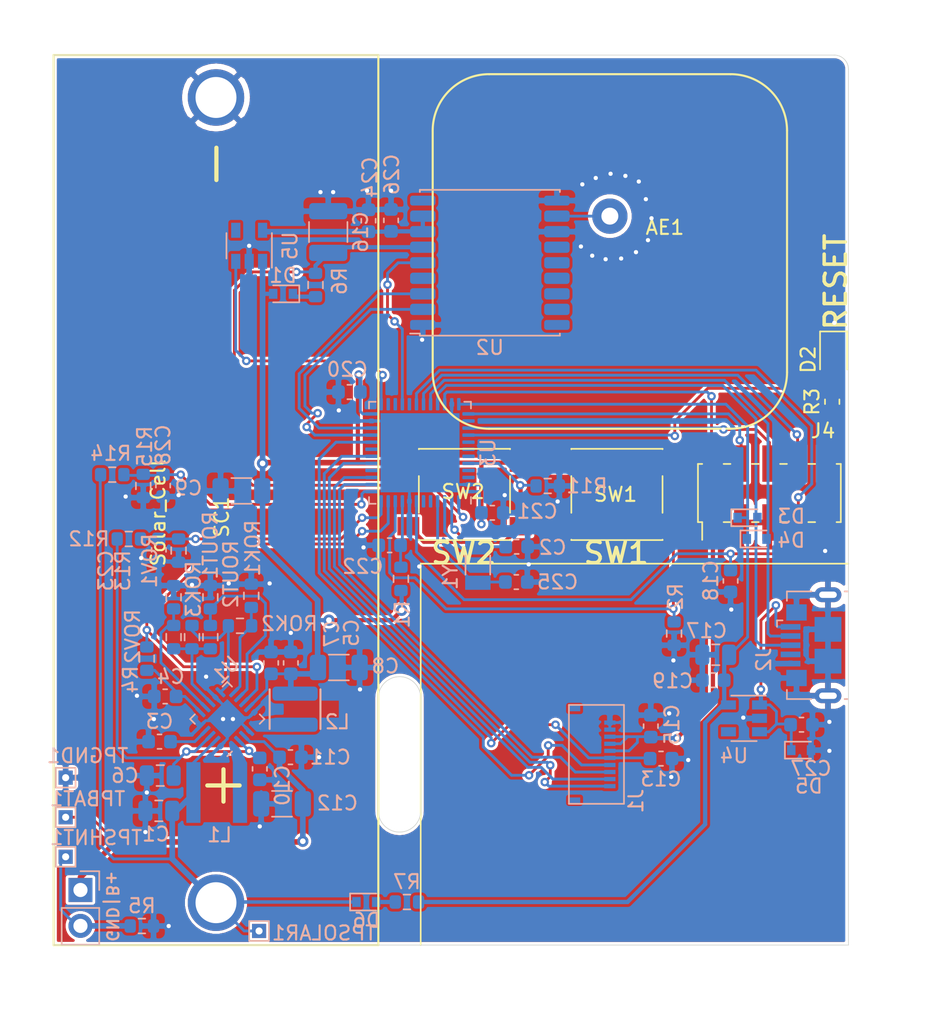
<source format=kicad_pcb>
(kicad_pcb (version 20171130) (host pcbnew "(5.1.10)-1")
  (layers (0 F.Cu signal) (31 B.Cu signal) (34 B.Paste user) (35 F.Paste user hide) (36 B.SilkS user) (37 F.SilkS user hide) (38 B.Mask user) (39 F.Mask user hide) (44 Edge.Cuts user))
  (net 0 "")
  (net 1 GND)
  (net 2 SOLAR+)
  (net 3 /VREF)
  (net 4 /VOUT_EN)
  (net 5 VBAT_SENSE)
  (net 6 VDD)
  (net 7 VSTOR)
  (net 8 /VBAT)
  (net 9 SOLAR_SENSE)
  (net 10 RESET)
  (net 11 "Net-(C25-Pad1)")
  (net 12 SWDIO)
  (net 13 SWCLK)
  (net 14 DISP_EN)
  (net 15 /VBAT_OV)
  (net 16 /OK_HYST)
  (net 17 /OK_PROG)
  (net 18 /VRDIV)
  (net 19 BOOT0)
  (net 20 /LBOOST)
  (net 21 /LBUCK)
  (net 22 USER1)
  (net 23 GPS_EXINT)
  (net 24 "Net-(U2-Pad15)")
  (net 25 "Net-(U2-Pad13)")
  (net 26 "Net-(U2-Pad9)")
  (net 27 "Net-(C2-Pad1)")
  (net 28 VDDA)
  (net 29 DISP_CLK)
  (net 30 DISP_DATA)
  (net 31 DISP_CS)
  (net 32 EXTCOMIN)
  (net 33 VBAT_OK)
  (net 34 "Net-(U2-Pad18)")
  (net 35 "Net-(U2-Pad17)")
  (net 36 "Net-(U2-Pad16)")
  (net 37 "Net-(U2-Pad14)")
  (net 38 "Net-(U2-Pad4)")
  (net 39 GPS_UART_MOSI)
  (net 40 GPS_UART_MISO)
  (net 41 /VOUT_SET)
  (net 42 "Net-(D2-Pad2)")
  (net 43 DEBUG_UART_MISO)
  (net 44 DEBUG_UART_MOSI)
  (net 45 "Net-(AE1-Pad1)")
  (net 46 LED)
  (net 47 "Net-(C14-Pad2)")
  (net 48 "Net-(D1-Pad1)")
  (net 49 GPS_VBAT)
  (net 50 SWO)
  (net 51 "Net-(U3-Pad46)")
  (net 52 "Net-(U3-Pad45)")
  (net 53 "Net-(U3-Pad43)")
  (net 54 "Net-(U3-Pad42)")
  (net 55 "Net-(U3-Pad41)")
  (net 56 "Net-(U3-Pad38)")
  (net 57 "Net-(U3-Pad29)")
  (net 58 "Net-(U3-Pad27)")
  (net 59 "Net-(U3-Pad26)")
  (net 60 "Net-(U3-Pad19)")
  (net 61 "Net-(U3-Pad16)")
  (net 62 "Net-(U3-Pad6)")
  (net 63 "Net-(U3-Pad5)")
  (net 64 3V3)
  (net 65 USB+)
  (net 66 USB-)
  (net 67 VUSB)
  (net 68 "Net-(J2-Pad4)")
  (net 69 "Net-(U4-Pad4)")
  (net 70 "Net-(D6-Pad2)")
  (net 71 /GPS_VDD)
  (net 72 GPSEN)
  (net 73 "Net-(U5-Pad4)")
  (module Package_TO_SOT_SMD:SOT-23-5 (layer B.Cu) (at 63.85 63.5 90)
    (fp_text reference U5 (at 0 2.9 90) (layer B.SilkS) (effects (justify mirror)))
    (fp_text value MAX40200AUK)
    (pad 5 smd rect (at 1.1 0.95 90) (size 1.06 0.65) (layers B.Cu B.Paste B.Mask) (net 71 /GPS_VDD))
    (pad 4 smd rect (at 1.1 -0.95 90) (size 1.06 0.65) (layers B.Cu B.Paste B.Mask) (net 73 "Net-(U5-Pad4)"))
    (pad 3 smd rect (at -1.1 -0.95 90) (size 1.06 0.65) (layers B.Cu B.Paste B.Mask) (net 72 GPSEN))
    (pad 2 smd rect (at -1.1 0 90) (size 1.06 0.65) (layers B.Cu B.Paste B.Mask) (net 1 GND))
    (pad 1 smd rect (at -1.1 0.95 90) (size 1.06 0.65) (layers B.Cu B.Paste B.Mask) (net 6 VDD))
  )
  (module Resistor_SMD:R_0603_1608Metric (layer B.Cu) (at 75.025 109.95 180)
    (fp_text reference R7 (at 0 1.43) (layer B.SilkS) (effects (justify mirror)))
    (fp_text value 180)
    (pad 2 smd roundrect (at 0.825 0 180) (size 0.8 0.95) (layers B.Cu B.Paste B.Mask) (net 70 "Net-(D6-Pad2)"))
    (pad 1 smd roundrect (at -0.825 0 180) (size 0.8 0.95) (layers B.Cu B.Paste B.Mask) (net 64 3V3))
  )
  (module Diode_SMD:D_SOD-523 (layer B.Cu) (at 72.15 109.95)
    (fp_text reference D6 (at 0 1.3) (layer B.SilkS) (effects (justify mirror)))
    (fp_text value D_Schottky)
    (pad 1 smd rect (at -0.7 0 180) (size 0.6 0.7) (layers B.Cu B.Paste B.Mask) (net 2 SOLAR+))
    (pad 2 smd rect (at 0.7 0 180) (size 0.6 0.7) (layers B.Cu B.Paste B.Mask) (net 70 "Net-(D6-Pad2)"))
  )
  (module Package_TO_SOT_SMD:SOT-23-5 (layer B.Cu) (at 98.9 96.95 180)
    (fp_text reference U4 (at 0.7 -2.65) (layer B.SilkS) (effects (justify mirror)))
    (fp_text value MIC5225)
    (pad 5 smd rect (at 1.1 0.95 180) (size 1.06 0.65) (layers B.Cu B.Paste B.Mask) (net 64 3V3))
    (pad 4 smd rect (at 1.1 -0.95 180) (size 1.06 0.65) (layers B.Cu B.Paste B.Mask) (net 69 "Net-(U4-Pad4)"))
    (pad 3 smd rect (at -1.1 -0.95 180) (size 1.06 0.65) (layers B.Cu B.Paste B.Mask) (net 67 VUSB))
    (pad 2 smd rect (at -1.1 0 180) (size 1.06 0.65) (layers B.Cu B.Paste B.Mask) (net 1 GND))
    (pad 1 smd rect (at -1.1 0.95 180) (size 1.06 0.65) (layers B.Cu B.Paste B.Mask) (net 67 VUSB))
  )
  (module Connector_USB:USB_Micro-B_GCT_USB3076-30-A (layer B.Cu) (at 103.65 91.775 270)
    (fp_text reference J2 (at 1.025 3.35 90) (layer B.SilkS) (effects (justify mirror)))
    (fp_text value USB_B_Micro)
    (pad 6 smd rect (at -2.32 1.03 270) (size 1.15 1.45) (layers B.Cu B.Paste B.Mask) (net 1 GND))
    (pad 6 smd rect (at 2.32 1.03 270) (size 1.15 1.45) (layers B.Cu B.Paste B.Mask) (net 1 GND))
    (pad 6 thru_hole oval (at 3.575 -1.2 270) (size 1.05 1.9) (drill oval 0.45 1.25) (layers *.Cu *.Mask) (net 1 GND))
    (pad 6 thru_hole oval (at -3.575 -1.2 90) (size 1.05 1.9) (drill oval 0.45 1.25) (layers *.Cu *.Mask) (net 1 GND))
    (pad 6 smd rect (at -1.125 -1.2 270) (size 1.75 1.9) (layers B.Cu B.Paste B.Mask) (net 1 GND))
    (pad 3 smd rect (at 0 1.45 270) (size 0.4 1.4) (layers B.Cu B.Paste B.Mask) (net 65 USB+))
    (pad 4 smd rect (at 0.65 1.45 270) (size 0.4 1.4) (layers B.Cu B.Paste B.Mask) (net 68 "Net-(J2-Pad4)"))
    (pad 5 smd rect (at 1.3 1.45 270) (size 0.4 1.4) (layers B.Cu B.Paste B.Mask) (net 1 GND))
    (pad 1 smd rect (at -1.3 1.45 270) (size 0.4 1.4) (layers B.Cu B.Paste B.Mask) (net 67 VUSB))
    (pad 2 smd rect (at -0.65 1.45 270) (size 0.4 1.4) (layers B.Cu B.Paste B.Mask) (net 66 USB-))
    (pad 6 smd rect (at 1.125 -1.2 270) (size 1.75 1.9) (layers B.Cu B.Paste B.Mask) (net 1 GND))
  )
  (module Diode_SMD:D_SOD-523 (layer B.Cu) (at 102.95 99.2)
    (fp_text reference D5 (at 0.55 2.55) (layer B.SilkS) (effects (justify mirror)))
    (fp_text value D_Schottky)
    (pad 1 smd rect (at -0.7 0 180) (size 0.6 0.7) (layers B.Cu B.Paste B.Mask) (net 67 VUSB))
    (pad 2 smd rect (at 0.7 0 180) (size 0.6 0.7) (layers B.Cu B.Paste B.Mask) (net 1 GND))
  )
  (module Diode_SMD:D_SOD-523 (layer B.Cu) (at 99.8 84.25)
    (fp_text reference D4 (at 2.45 0.1) (layer B.SilkS) (effects (justify mirror)))
    (fp_text value D_Schottky)
    (pad 1 smd rect (at -0.7 0 180) (size 0.6 0.7) (layers B.Cu B.Paste B.Mask) (net 64 3V3))
    (pad 2 smd rect (at 0.7 0 180) (size 0.6 0.7) (layers B.Cu B.Paste B.Mask) (net 66 USB-))
  )
  (module Diode_SMD:D_SOD-523 (layer B.Cu) (at 99.15 82.75)
    (fp_text reference D3 (at 3.1 -0.1) (layer B.SilkS) (effects (justify mirror)))
    (fp_text value D_Schottky)
    (pad 1 smd rect (at -0.7 0 180) (size 0.6 0.7) (layers B.Cu B.Paste B.Mask) (net 64 3V3))
    (pad 2 smd rect (at 0.7 0 180) (size 0.6 0.7) (layers B.Cu B.Paste B.Mask) (net 65 USB+))
  )
  (module Capacitor_SMD:C_0603_1608Metric (layer B.Cu) (at 102.975 97.4)
    (fp_text reference C27 (at 0.675 3.1) (layer B.SilkS) (effects (justify mirror)))
    (fp_text value 1uF)
    (pad 2 smd roundrect (at 0.775 0) (size 0.9 0.95) (layers B.Cu B.Paste B.Mask) (net 1 GND))
    (pad 1 smd roundrect (at -0.775 0) (size 0.9 0.95) (layers B.Cu B.Paste B.Mask) (net 67 VUSB))
  )
  (module Capacitor_SMD:C_0603_1608Metric (layer B.Cu) (at 96.725 94.25 180)
    (fp_text reference C19 (at 2.875 -0.05) (layer B.SilkS) (effects (justify mirror)))
    (fp_text value 1uF)
    (pad 2 smd roundrect (at 0.775 0 180) (size 0.9 0.95) (layers B.Cu B.Paste B.Mask) (net 1 GND))
    (pad 1 smd roundrect (at -0.775 0 180) (size 0.9 0.95) (layers B.Cu B.Paste B.Mask) (net 64 3V3))
  )
  (module Capacitor_SMD:C_0805_2012Metric (layer B.Cu) (at 96.9 92.45)
    (fp_text reference C17 (at -0.65 -1.7) (layer B.SilkS) (effects (justify mirror)))
    (fp_text value 4.7uF)
    (pad 2 smd roundrect (at 0.95 0) (size 1 1.45) (layers B.Cu B.Paste B.Mask) (net 64 3V3))
    (pad 1 smd roundrect (at -0.95 0) (size 1 1.45) (layers B.Cu B.Paste B.Mask) (net 1 GND))
  )
  (module Package_DFN_QFN:QFN-48-1EP_7x7mm_P0.5mm_EP5.6x5.6mm (layer B.Cu) (at 75.95 78.15 90)
    (fp_text reference U3 (at 0 4.82 90) (layer B.SilkS) (effects (justify mirror)))
    (fp_text value STM32L433CCUx)
    (pad 49 smd rect (at 0 0 90) (size 5.6 5.6) (layers B.Cu B.Mask) (net 1 GND))
    (pad 48 smd roundrect (at -2.75 3.4375 90) (size 0.25 0.875) (layers B.Cu B.Paste B.Mask) (net 6 VDD))
    (pad 47 smd roundrect (at -2.25 3.4375 90) (size 0.25 0.875) (layers B.Cu B.Paste B.Mask) (net 1 GND))
    (pad 46 smd roundrect (at -1.75 3.4375 90) (size 0.25 0.875) (layers B.Cu B.Paste B.Mask) (net 51 "Net-(U3-Pad46)"))
    (pad 45 smd roundrect (at -1.25 3.4375 90) (size 0.25 0.875) (layers B.Cu B.Paste B.Mask) (net 52 "Net-(U3-Pad45)"))
    (pad 44 smd roundrect (at -0.75 3.4375 90) (size 0.25 0.875) (layers B.Cu B.Paste B.Mask) (net 19 BOOT0))
    (pad 43 smd roundrect (at -0.25 3.4375 90) (size 0.25 0.875) (layers B.Cu B.Paste B.Mask) (net 53 "Net-(U3-Pad43)"))
    (pad 42 smd roundrect (at 0.25 3.4375 90) (size 0.25 0.875) (layers B.Cu B.Paste B.Mask) (net 54 "Net-(U3-Pad42)"))
    (pad 41 smd roundrect (at 0.75 3.4375 90) (size 0.25 0.875) (layers B.Cu B.Paste B.Mask) (net 55 "Net-(U3-Pad41)"))
    (pad 40 smd roundrect (at 1.25 3.4375 90) (size 0.25 0.875) (layers B.Cu B.Paste B.Mask) (net 46 LED))
    (pad 39 smd roundrect (at 1.75 3.4375 90) (size 0.25 0.875) (layers B.Cu B.Paste B.Mask) (net 50 SWO))
    (pad 38 smd roundrect (at 2.25 3.4375 90) (size 0.25 0.875) (layers B.Cu B.Paste B.Mask) (net 56 "Net-(U3-Pad38)"))
    (pad 37 smd roundrect (at 2.75 3.4375 90) (size 0.25 0.875) (layers B.Cu B.Paste B.Mask) (net 13 SWCLK))
    (pad 36 smd roundrect (at 3.4375 2.75 90) (size 0.875 0.25) (layers B.Cu B.Paste B.Mask) (net 64 3V3))
    (pad 35 smd roundrect (at 3.4375 2.25 90) (size 0.875 0.25) (layers B.Cu B.Paste B.Mask) (net 1 GND))
    (pad 34 smd roundrect (at 3.4375 1.75 90) (size 0.875 0.25) (layers B.Cu B.Paste B.Mask) (net 12 SWDIO))
    (pad 33 smd roundrect (at 3.4375 1.25 90) (size 0.875 0.25) (layers B.Cu B.Paste B.Mask) (net 65 USB+))
    (pad 32 smd roundrect (at 3.4375 0.75 90) (size 0.875 0.25) (layers B.Cu B.Paste B.Mask) (net 66 USB-))
    (pad 31 smd roundrect (at 3.4375 0.25 90) (size 0.875 0.25) (layers B.Cu B.Paste B.Mask) (net 43 DEBUG_UART_MISO))
    (pad 30 smd roundrect (at 3.4375 -0.25 90) (size 0.875 0.25) (layers B.Cu B.Paste B.Mask) (net 44 DEBUG_UART_MOSI))
    (pad 29 smd roundrect (at 3.4375 -0.75 90) (size 0.875 0.25) (layers B.Cu B.Paste B.Mask) (net 57 "Net-(U3-Pad29)"))
    (pad 28 smd roundrect (at 3.4375 -1.25 90) (size 0.875 0.25) (layers B.Cu B.Paste B.Mask) (net 23 GPS_EXINT))
    (pad 27 smd roundrect (at 3.4375 -1.75 90) (size 0.875 0.25) (layers B.Cu B.Paste B.Mask) (net 58 "Net-(U3-Pad27)"))
    (pad 26 smd roundrect (at 3.4375 -2.25 90) (size 0.875 0.25) (layers B.Cu B.Paste B.Mask) (net 59 "Net-(U3-Pad26)"))
    (pad 25 smd roundrect (at 3.4375 -2.75 90) (size 0.875 0.25) (layers B.Cu B.Paste B.Mask) (net 72 GPSEN))
    (pad 24 smd roundrect (at 2.75 -3.4375 90) (size 0.25 0.875) (layers B.Cu B.Paste B.Mask) (net 6 VDD))
    (pad 23 smd roundrect (at 2.25 -3.4375 90) (size 0.25 0.875) (layers B.Cu B.Paste B.Mask) (net 1 GND))
    (pad 22 smd roundrect (at 1.75 -3.4375 90) (size 0.25 0.875) (layers B.Cu B.Paste B.Mask) (net 39 GPS_UART_MOSI))
    (pad 21 smd roundrect (at 1.25 -3.4375 90) (size 0.25 0.875) (layers B.Cu B.Paste B.Mask) (net 40 GPS_UART_MISO))
    (pad 20 smd roundrect (at 0.75 -3.4375 90) (size 0.25 0.875) (layers B.Cu B.Paste B.Mask) (net 32 EXTCOMIN))
    (pad 19 smd roundrect (at 0.25 -3.4375 90) (size 0.25 0.875) (layers B.Cu B.Paste B.Mask) (net 60 "Net-(U3-Pad19)"))
    (pad 18 smd roundrect (at -0.25 -3.4375 90) (size 0.25 0.875) (layers B.Cu B.Paste B.Mask) (net 14 DISP_EN))
    (pad 17 smd roundrect (at -0.75 -3.4375 90) (size 0.25 0.875) (layers B.Cu B.Paste B.Mask) (net 30 DISP_DATA))
    (pad 16 smd roundrect (at -1.25 -3.4375 90) (size 0.25 0.875) (layers B.Cu B.Paste B.Mask) (net 61 "Net-(U3-Pad16)"))
    (pad 15 smd roundrect (at -1.75 -3.4375 90) (size 0.25 0.875) (layers B.Cu B.Paste B.Mask) (net 29 DISP_CLK))
    (pad 14 smd roundrect (at -2.25 -3.4375 90) (size 0.25 0.875) (layers B.Cu B.Paste B.Mask) (net 31 DISP_CS))
    (pad 13 smd roundrect (at -2.75 -3.4375 90) (size 0.25 0.875) (layers B.Cu B.Paste B.Mask) (net 9 SOLAR_SENSE))
    (pad 12 smd roundrect (at -3.4375 -2.75 90) (size 0.875 0.25) (layers B.Cu B.Paste B.Mask) (net 5 VBAT_SENSE))
    (pad 11 smd roundrect (at -3.4375 -2.25 90) (size 0.875 0.25) (layers B.Cu B.Paste B.Mask) (net 33 VBAT_OK))
    (pad 10 smd roundrect (at -3.4375 -1.75 90) (size 0.875 0.25) (layers B.Cu B.Paste B.Mask) (net 22 USER1))
    (pad 9 smd roundrect (at -3.4375 -1.25 90) (size 0.875 0.25) (layers B.Cu B.Paste B.Mask) (net 28 VDDA))
    (pad 8 smd roundrect (at -3.4375 -0.75 90) (size 0.875 0.25) (layers B.Cu B.Paste B.Mask) (net 1 GND))
    (pad 7 smd roundrect (at -3.4375 -0.25 90) (size 0.875 0.25) (layers B.Cu B.Paste B.Mask) (net 10 RESET))
    (pad 6 smd roundrect (at -3.4375 0.25 90) (size 0.875 0.25) (layers B.Cu B.Paste B.Mask) (net 62 "Net-(U3-Pad6)"))
    (pad 5 smd roundrect (at -3.4375 0.75 90) (size 0.875 0.25) (layers B.Cu B.Paste B.Mask) (net 63 "Net-(U3-Pad5)"))
    (pad 4 smd roundrect (at -3.4375 1.25 90) (size 0.875 0.25) (layers B.Cu B.Paste B.Mask) (net 11 "Net-(C25-Pad1)"))
    (pad 3 smd roundrect (at -3.4375 1.75 90) (size 0.875 0.25) (layers B.Cu B.Paste B.Mask) (net 27 "Net-(C2-Pad1)"))
    (pad 2 smd roundrect (at -3.4375 2.25 90) (size 0.875 0.25) (layers B.Cu B.Paste B.Mask) (net 19 BOOT0))
    (pad 1 smd roundrect (at -3.4375 2.75 90) (size 0.875 0.25) (layers B.Cu B.Paste B.Mask) (net 49 GPS_VBAT))
  )
  (module Diode_SMD:D_SOD-523 (layer B.Cu) (at 66.25 66.9 180)
    (fp_text reference D1 (at 0 1.3) (layer B.SilkS) (effects (justify mirror)))
    (fp_text value D_Schottky)
    (pad 1 smd rect (at -0.7 0) (size 0.6 0.7) (layers B.Cu B.Paste B.Mask) (net 48 "Net-(D1-Pad1)"))
    (pad 2 smd rect (at 0.7 0) (size 0.6 0.7) (layers B.Cu B.Paste B.Mask) (net 6 VDD))
  )
  (module Resistor_SMD:R_0603_1608Metric (layer B.Cu) (at 68.55 66.275 270)
    (fp_text reference R6 (at -0.275 -1.7 90) (layer B.SilkS) (effects (justify mirror)))
    (fp_text value 4.9k)
    (pad 2 smd roundrect (at 0.825 0 270) (size 0.8 0.95) (layers B.Cu B.Paste B.Mask) (net 48 "Net-(D1-Pad1)"))
    (pad 1 smd roundrect (at -0.825 0 270) (size 0.8 0.95) (layers B.Cu B.Paste B.Mask) (net 49 GPS_VBAT))
  )
  (module Capacitor_SMD:C_1210_3225Metric (layer B.Cu) (at 69.45 62.525 90)
    (fp_text reference C16 (at 0 2.3 90) (layer B.SilkS) (effects (justify mirror)))
    (fp_text value 11mF)
    (pad 2 smd roundrect (at 1.475 0 90) (size 1.15 2.7) (layers B.Cu B.Paste B.Mask) (roundrect_rratio 0.2173904347826087) (net 1 GND))
    (pad 1 smd roundrect (at -1.475 0 90) (size 1.15 2.7) (layers B.Cu B.Paste B.Mask) (roundrect_rratio 0.2173904347826087) (net 49 GPS_VBAT))
  )
  (module TestPoint:TestPoint_THTPad_1.0x1.0mm_Drill0.5mm (layer B.Cu) (at 50.85 101.15 90)
    (fp_text reference TPGND1 (at 1.55 1.55) (layer B.SilkS) (effects (justify mirror)))
    (fp_text value TestPoint)
    (pad 1 thru_hole rect (at 0 0 90) (size 1 1) (drill 0.5) (layers *.Cu *.Mask) (net 1 GND))
  )
  (module TestPoint:TestPoint_THTPad_1.0x1.0mm_Drill0.5mm (layer B.Cu) (at 50.85 106.75 90)
    (fp_text reference TPSHNT1 (at 1.35 2.15) (layer B.SilkS) (effects (justify mirror)))
    (fp_text value TestPoint)
    (pad 1 thru_hole rect (at 0 0 90) (size 1 1) (drill 0.5) (layers *.Cu *.Mask) (net 47 "Net-(C14-Pad2)"))
  )
  (module Resistor_SMD:R_0603_1608Metric (layer B.Cu) (at 56.25 111.65 180)
    (fp_text reference R5 (at 0 1.43) (layer B.SilkS) (effects (justify mirror)))
    (fp_text value 1)
    (pad 2 smd roundrect (at 0.825 0 180) (size 0.8 0.95) (layers B.Cu B.Paste B.Mask) (net 47 "Net-(C14-Pad2)"))
    (pad 1 smd roundrect (at -0.825 0 180) (size 0.8 0.95) (layers B.Cu B.Paste B.Mask) (net 1 GND))
  )
  (module Margo_Lib:CGIP.25.4.A.02 (layer F.Cu) (at 89.4 63.9 180)
    (fp_text reference AE1 (at -3.9 1.7) (layer F.SilkS))
    (fp_text value Antenna)
    (pad 1 thru_hole circle (at 0 2.5 180) (size 2.5 2.5) (drill 1.2) (layers *.Cu *.Mask) (net 45 "Net-(AE1-Pad1)") (clearance 0.3))
  )
  (module Margo_Lib:SM141K09L (layer F.Cu) (at 50 113 90)
    (fp_text reference SC1 (at 30.3 11.9 270) (layer F.SilkS))
    (fp_text value Solar_Cell (at 30.6 7.4 270) (layer F.SilkS))
    (fp_text user - (at 55.3 11.3 270) (layer F.SilkS) (effects (font (size 3 3) (thickness 0.3))))
    (fp_text user + (at 11.3 11.8 270) (layer F.SilkS) (effects (font (size 3 3) (thickness 0.3))))
    (pad 2 thru_hole circle (at 60 11.5 90) (size 4 4) (drill 2.9) (layers *.Cu *.Mask) (net 1 GND))
    (pad 1 thru_hole circle (at 3 11.5 90) (size 4 4) (drill 2.9) (layers *.Cu *.Mask) (net 2 SOLAR+))
  )
  (module Connector_PinHeader_2.54mm:PinHeader_1x02_P2.54mm_Vertical (layer B.Cu) (at 51.9 109.1 180)
    (fp_text reference C14 hide)
    (fp_text value 5F)
    (pad 2 thru_hole oval (at 0 -2.54 180) (size 1.7 1.7) (drill 1) (layers *.Cu *.Mask) (net 47 "Net-(C14-Pad2)"))
    (pad 1 thru_hole rect (at 0 0 180) (size 1.7 1.7) (drill 1) (layers *.Cu *.Mask) (net 8 /VBAT))
  )
  (module Diode_SMD:D_0805_2012Metric (layer F.Cu) (at 105.25 71.25 270)
    (fp_text reference D2 (at 0.3 1.8 90) (layer F.SilkS))
    (fp_text value LED)
    (pad 2 smd roundrect (at 0.9375 0 270) (size 0.975 1.4) (layers F.Cu F.Paste F.Mask) (net 42 "Net-(D2-Pad2)"))
    (pad 1 smd roundrect (at -0.9375 0 270) (size 0.975 1.4) (layers F.Cu F.Paste F.Mask) (net 1 GND))
  )
  (module Resistor_SMD:R_0603_1608Metric (layer F.Cu) (at 105.15 74.5375 90)
    (fp_text reference R3 (at 0 -1.43 90) (layer F.SilkS))
    (fp_text value 180)
    (pad 2 smd roundrect (at 0.7875 0 90) (size 0.875 0.95) (layers F.Cu F.Paste F.Mask) (net 42 "Net-(D2-Pad2)"))
    (pad 1 smd roundrect (at -0.7875 0 90) (size 0.875 0.95) (layers F.Cu F.Paste F.Mask) (net 46 LED))
  )
  (module TestPoint:TestPoint_THTPad_1.0x1.0mm_Drill0.5mm (layer B.Cu) (at 50.85 103.95 90)
    (fp_text reference TPBAT1 (at 1.3 1.55 180) (layer B.SilkS) (effects (justify mirror)))
    (fp_text value TestPoint)
    (pad 1 thru_hole rect (at 0 0 90) (size 1 1) (drill 0.5) (layers *.Cu *.Mask) (net 8 /VBAT))
  )
  (module TestPoint:TestPoint_THTPad_1.0x1.0mm_Drill0.5mm (layer B.Cu) (at 64.55 112 180)
    (fp_text reference TPSOLAR1 (at -4.6 -0.15) (layer B.SilkS) (effects (justify mirror)))
    (fp_text value TestPoint)
    (pad 1 thru_hole rect (at 0 0 180) (size 1 1) (drill 0.5) (layers *.Cu *.Mask) (net 2 SOLAR+))
  )
  (module Margo_Lib:AYF531035 (layer B.Cu) (at 89.4 99.5 90)
    (fp_text reference J1 (at -3.3 1.85 270) (layer B.SilkS) (effects (justify mirror)))
    (fp_text value Conn_01x10_Female)
    (pad 0 smd rect (at 3.25 -2.5 90) (size 0.4 0.8) (layers B.Cu B.Paste B.Mask))
    (pad 0 smd rect (at -3.25 -2.5 90) (size 0.4 0.8) (layers B.Cu B.Paste B.Mask))
    (pad 10 smd rect (at 2.25 0 90) (size 0.3 0.8) (layers B.Cu B.Paste B.Mask) (net 1 GND))
    (pad 9 smd rect (at 1.75 0 90) (size 0.3 0.8) (layers B.Cu B.Paste B.Mask) (net 1 GND))
    (pad 8 smd rect (at 1.25 0 90) (size 0.3 0.8) (layers B.Cu B.Paste B.Mask) (net 6 VDD))
    (pad 7 smd rect (at 0.75 0 90) (size 0.3 0.8) (layers B.Cu B.Paste B.Mask) (net 6 VDD))
    (pad 6 smd rect (at 0.25 0 90) (size 0.3 0.8) (layers B.Cu B.Paste B.Mask) (net 6 VDD))
    (pad 5 smd rect (at -0.25 0 90) (size 0.3 0.8) (layers B.Cu B.Paste B.Mask) (net 14 DISP_EN))
    (pad 4 smd rect (at -0.75 0 90) (size 0.3 0.8) (layers B.Cu B.Paste B.Mask) (net 32 EXTCOMIN))
    (pad 3 smd rect (at -1.25 0 90) (size 0.3 0.8) (layers B.Cu B.Paste B.Mask) (net 31 DISP_CS))
    (pad 2 smd rect (at -1.75 0 90) (size 0.3 0.8) (layers B.Cu B.Paste B.Mask) (net 30 DISP_DATA))
    (pad 1 smd rect (at -2.25 0 90) (size 0.3 0.8) (layers B.Cu B.Paste B.Mask) (net 29 DISP_CLK))
  )
  (module Button_Switch_SMD:SW_Push_1P1T_NO_6x6mm_H9.5mm (layer F.Cu) (at 79.1 81.1 180)
    (fp_text reference SW2 (at 0.1 0.2) (layer F.SilkS))
    (fp_text value SW_Push)
    (pad 2 smd rect (at 3.975 2.25 180) (size 1.55 1.3) (layers F.Cu F.Paste F.Mask) (net 6 VDD))
    (pad 1 smd rect (at 3.975 -2.25 180) (size 1.55 1.3) (layers F.Cu F.Paste F.Mask) (net 19 BOOT0))
    (pad 1 smd rect (at -3.975 -2.25 180) (size 1.55 1.3) (layers F.Cu F.Paste F.Mask) (net 19 BOOT0))
    (pad 2 smd rect (at -3.975 2.25 180) (size 1.55 1.3) (layers F.Cu F.Paste F.Mask) (net 6 VDD))
  )
  (module Button_Switch_SMD:SW_Push_1P1T_NO_6x6mm_H9.5mm (layer F.Cu) (at 89.9 81.1 180)
    (fp_text reference SW1 (at 0.1 0) (layer F.SilkS))
    (fp_text value SW_Push)
    (pad 2 smd rect (at 3.975 2.25 180) (size 1.55 1.3) (layers F.Cu F.Paste F.Mask) (net 6 VDD))
    (pad 1 smd rect (at 3.975 -2.25 180) (size 1.55 1.3) (layers F.Cu F.Paste F.Mask) (net 22 USER1))
    (pad 1 smd rect (at -3.975 -2.25 180) (size 1.55 1.3) (layers F.Cu F.Paste F.Mask) (net 22 USER1))
    (pad 2 smd rect (at -3.975 2.25 180) (size 1.55 1.3) (layers F.Cu F.Paste F.Mask) (net 6 VDD))
  )
  (module Crystal:Crystal_SMD_3215-2Pin_3.2x1.5mm (layer B.Cu) (at 80.05 86.1 270)
    (fp_text reference Y1 (at 0.85 1.95 90) (layer B.SilkS) (effects (justify mirror)))
    (fp_text value 32.768Hz)
    (pad 2 smd rect (at -1.25 0 270) (size 1 1.8) (layers B.Cu B.Paste B.Mask) (net 27 "Net-(C2-Pad1)"))
    (pad 1 smd rect (at 1.25 0 270) (size 1 1.8) (layers B.Cu B.Paste B.Mask) (net 11 "Net-(C25-Pad1)"))
  )
  (module RF_GPS:ublox_MAX (layer B.Cu) (at 80.9 64.7)
    (fp_text reference U2 (at 0 6) (layer B.SilkS) (effects (justify mirror)))
    (fp_text value MAX-M8Q)
    (pad 18 smd roundrect (at 4.75 4.4) (size 1.8 0.7) (layers B.Cu B.Paste B.Mask) (net 34 "Net-(U2-Pad18)"))
    (pad 17 smd roundrect (at 4.75 3.3) (size 1.8 0.8) (layers B.Cu B.Paste B.Mask) (net 35 "Net-(U2-Pad17)"))
    (pad 16 smd roundrect (at 4.75 2.2) (size 1.8 0.8) (layers B.Cu B.Paste B.Mask) (net 36 "Net-(U2-Pad16)"))
    (pad 15 smd roundrect (at 4.75 1.1) (size 1.8 0.8) (layers B.Cu B.Paste B.Mask) (net 24 "Net-(U2-Pad15)"))
    (pad 14 smd roundrect (at 4.75 0) (size 1.8 0.8) (layers B.Cu B.Paste B.Mask) (net 37 "Net-(U2-Pad14)"))
    (pad 13 smd roundrect (at 4.75 -1.1) (size 1.8 0.8) (layers B.Cu B.Paste B.Mask) (net 25 "Net-(U2-Pad13)"))
    (pad 12 smd roundrect (at 4.75 -2.2) (size 1.8 0.8) (layers B.Cu B.Paste B.Mask) (net 1 GND))
    (pad 11 smd roundrect (at 4.75 -3.3) (size 1.8 0.8) (layers B.Cu B.Paste B.Mask) (net 45 "Net-(AE1-Pad1)"))
    (pad 10 smd roundrect (at 4.75 -4.4) (size 1.8 0.7) (layers B.Cu B.Paste B.Mask) (net 1 GND))
    (pad 9 smd roundrect (at -4.75 -4.4) (size 1.8 0.7) (layers B.Cu B.Paste B.Mask) (net 26 "Net-(U2-Pad9)"))
    (pad 8 smd roundrect (at -4.75 -3.3) (size 1.8 0.8) (layers B.Cu B.Paste B.Mask) (net 71 /GPS_VDD))
    (pad 7 smd roundrect (at -4.75 -2.2) (size 1.8 0.8) (layers B.Cu B.Paste B.Mask) (net 71 /GPS_VDD))
    (pad 6 smd roundrect (at -4.75 -1.1) (size 1.8 0.8) (layers B.Cu B.Paste B.Mask) (net 49 GPS_VBAT))
    (pad 5 smd roundrect (at -4.75 0) (size 1.8 0.8) (layers B.Cu B.Paste B.Mask) (net 23 GPS_EXINT))
    (pad 4 smd roundrect (at -4.75 1.1) (size 1.8 0.8) (layers B.Cu B.Paste B.Mask) (net 38 "Net-(U2-Pad4)"))
    (pad 3 smd roundrect (at -4.75 2.2) (size 1.8 0.8) (layers B.Cu B.Paste B.Mask) (net 39 GPS_UART_MOSI))
    (pad 2 smd roundrect (at -4.75 3.3) (size 1.8 0.8) (layers B.Cu B.Paste B.Mask) (net 40 GPS_UART_MISO))
    (pad 1 smd roundrect (at -4.75 4.4) (size 1.8 0.7) (layers B.Cu B.Paste B.Mask) (net 1 GND))
  )
  (module Package_DFN_QFN:QFN-20-1EP_3.5x3.5mm_P0.5mm_EP2x2mm (layer B.Cu) (at 62.3 97 45)
    (fp_text reference U1 (at 2.404163 -2.545584 45) (layer B.SilkS) (effects (justify mirror)))
    (fp_text value BQ25570)
    (pad 21 smd rect (at 0 0 45) (size 2 2) (layers B.Cu B.Mask) (net 1 GND))
    (pad 20 smd roundrect (at -1 1.6875 45) (size 0.25 0.875) (layers B.Cu B.Paste B.Mask) (net 20 /LBOOST))
    (pad 19 smd roundrect (at -0.5 1.6875 45) (size 0.25 0.875) (layers B.Cu B.Paste B.Mask) (net 7 VSTOR))
    (pad 18 smd roundrect (at 0 1.6875 45) (size 0.25 0.875) (layers B.Cu B.Paste B.Mask) (net 8 /VBAT))
    (pad 17 smd roundrect (at 0.5 1.6875 45) (size 0.25 0.875) (layers B.Cu B.Paste B.Mask) (net 1 GND))
    (pad 16 smd roundrect (at 1 1.6875 45) (size 0.25 0.875) (layers B.Cu B.Paste B.Mask) (net 21 /LBUCK))
    (pad 15 smd roundrect (at 1.6875 1 45) (size 0.875 0.25) (layers B.Cu B.Paste B.Mask) (net 1 GND))
    (pad 14 smd roundrect (at 1.6875 0.5 45) (size 0.875 0.25) (layers B.Cu B.Paste B.Mask) (net 6 VDD))
    (pad 13 smd roundrect (at 1.6875 0 45) (size 0.875 0.25) (layers B.Cu B.Paste B.Mask) (net 33 VBAT_OK))
    (pad 12 smd roundrect (at 1.6875 -0.5 45) (size 0.875 0.25) (layers B.Cu B.Paste B.Mask) (net 41 /VOUT_SET))
    (pad 11 smd roundrect (at 1.6875 -1 45) (size 0.875 0.25) (layers B.Cu B.Paste B.Mask) (net 17 /OK_PROG))
    (pad 10 smd roundrect (at 1 -1.6875 45) (size 0.25 0.875) (layers B.Cu B.Paste B.Mask) (net 16 /OK_HYST))
    (pad 9 smd roundrect (at 0.5 -1.6875 45) (size 0.25 0.875) (layers B.Cu B.Paste B.Mask) (net 1 GND))
    (pad 8 smd roundrect (at 0 -1.6875 45) (size 0.25 0.875) (layers B.Cu B.Paste B.Mask) (net 18 /VRDIV))
    (pad 7 smd roundrect (at -0.5 -1.6875 45) (size 0.25 0.875) (layers B.Cu B.Paste B.Mask) (net 15 /VBAT_OV))
    (pad 6 smd roundrect (at -1 -1.6875 45) (size 0.25 0.875) (layers B.Cu B.Paste B.Mask) (net 4 /VOUT_EN))
    (pad 5 smd roundrect (at -1.6875 -1 45) (size 0.875 0.25) (layers B.Cu B.Paste B.Mask) (net 1 GND))
    (pad 4 smd roundrect (at -1.6875 -0.5 45) (size 0.875 0.25) (layers B.Cu B.Paste B.Mask) (net 3 /VREF))
    (pad 3 smd roundrect (at -1.6875 0 45) (size 0.875 0.25) (layers B.Cu B.Paste B.Mask) (net 7 VSTOR))
    (pad 2 smd roundrect (at -1.6875 0.5 45) (size 0.875 0.25) (layers B.Cu B.Paste B.Mask) (net 2 SOLAR+))
    (pad 1 smd roundrect (at -1.6875 1 45) (size 0.875 0.25) (layers B.Cu B.Paste B.Mask) (net 1 GND))
  )
  (module Resistor_SMD:R_0603_1608Metric (layer B.Cu) (at 58.5 91.2 90)
    (fp_text reference ROV2 (at 0.05 -2.9 90) (layer B.SilkS) (effects (justify mirror)))
    (fp_text value 8.66M)
    (pad 2 smd roundrect (at 0.825 0 90) (size 0.8 0.95) (layers B.Cu B.Paste B.Mask) (net 15 /VBAT_OV))
    (pad 1 smd roundrect (at -0.825 0 90) (size 0.8 0.95) (layers B.Cu B.Paste B.Mask) (net 18 /VRDIV))
  )
  (module Resistor_SMD:R_0603_1608Metric (layer B.Cu) (at 58.5 88.375 90)
    (fp_text reference ROV1 (at 2.575 -1.7 90) (layer B.SilkS) (effects (justify mirror)))
    (fp_text value 4.32M)
    (pad 2 smd roundrect (at 0.825 0 90) (size 0.8 0.95) (layers B.Cu B.Paste B.Mask) (net 1 GND))
    (pad 1 smd roundrect (at -0.825 0 90) (size 0.8 0.95) (layers B.Cu B.Paste B.Mask) (net 15 /VBAT_OV))
  )
  (module Resistor_SMD:R_0603_1608Metric (layer B.Cu) (at 61.1 91.2 90)
    (fp_text reference ROUT2 (at 4.45 1.45 90) (layer B.SilkS) (effects (justify mirror)))
    (fp_text value 8.45M)
    (pad 2 smd roundrect (at 0.825 0 90) (size 0.8 0.95) (layers B.Cu B.Paste B.Mask) (net 41 /VOUT_SET))
    (pad 1 smd roundrect (at -0.825 0 90) (size 0.8 0.95) (layers B.Cu B.Paste B.Mask) (net 18 /VRDIV))
  )
  (module Resistor_SMD:R_0603_1608Metric (layer B.Cu) (at 61.1 88.375 90)
    (fp_text reference ROUT1 (at 3.675 0 270) (layer B.SilkS) (effects (justify mirror)))
    (fp_text value 4.42M)
    (pad 2 smd roundrect (at 0.825 0 90) (size 0.8 0.95) (layers B.Cu B.Paste B.Mask) (net 1 GND))
    (pad 1 smd roundrect (at -0.825 0 90) (size 0.8 0.95) (layers B.Cu B.Paste B.Mask) (net 41 /VOUT_SET))
  )
  (module Resistor_SMD:R_0603_1608Metric (layer B.Cu) (at 59.8 91.2 90)
    (fp_text reference ROK3 (at 3.4 0.1 90) (layer B.SilkS) (effects (justify mirror)))
    (fp_text value 1.27M)
    (pad 2 smd roundrect (at 0.825 0 90) (size 0.8 0.95) (layers B.Cu B.Paste B.Mask) (net 16 /OK_HYST))
    (pad 1 smd roundrect (at -0.825 0 90) (size 0.8 0.95) (layers B.Cu B.Paste B.Mask) (net 18 /VRDIV))
  )
  (module Resistor_SMD:R_0603_1608Metric (layer B.Cu) (at 63.2 90.4)
    (fp_text reference ROK2 (at 3.5 -0.15) (layer B.SilkS) (effects (justify mirror)))
    (fp_text value 6.34M)
    (pad 2 smd roundrect (at 0.825 0) (size 0.8 0.95) (layers B.Cu B.Paste B.Mask) (net 17 /OK_PROG))
    (pad 1 smd roundrect (at -0.825 0) (size 0.8 0.95) (layers B.Cu B.Paste B.Mask) (net 16 /OK_HYST))
  )
  (module Resistor_SMD:R_0603_1608Metric (layer B.Cu) (at 64 88.275 90)
    (fp_text reference ROK1 (at 3.375 0.1 90) (layer B.SilkS) (effects (justify mirror)))
    (fp_text value 5.23M)
    (pad 2 smd roundrect (at 0.825 0 90) (size 0.8 0.95) (layers B.Cu B.Paste B.Mask) (net 1 GND))
    (pad 1 smd roundrect (at -0.825 0 90) (size 0.8 0.95) (layers B.Cu B.Paste B.Mask) (net 17 /OK_PROG))
  )
  (module Resistor_SMD:R_0603_1608Metric (layer B.Cu) (at 56.35 80.5 90)
    (fp_text reference R15 (at 2.8 0.1 90) (layer B.SilkS) (effects (justify mirror)))
    (fp_text value 1M)
    (pad 2 smd roundrect (at 0.825 0 90) (size 0.8 0.95) (layers B.Cu B.Paste B.Mask) (net 9 SOLAR_SENSE))
    (pad 1 smd roundrect (at -0.825 0 90) (size 0.8 0.95) (layers B.Cu B.Paste B.Mask) (net 1 GND))
  )
  (module Resistor_SMD:R_0603_1608Metric (layer B.Cu) (at 54.15 79.7 180)
    (fp_text reference R14 (at 0.1 1.5) (layer B.SilkS) (effects (justify mirror)))
    (fp_text value 1M)
    (pad 2 smd roundrect (at 0.825 0 180) (size 0.8 0.95) (layers B.Cu B.Paste B.Mask) (net 2 SOLAR+))
    (pad 1 smd roundrect (at -0.825 0 180) (size 0.8 0.95) (layers B.Cu B.Paste B.Mask) (net 9 SOLAR_SENSE))
  )
  (module Resistor_SMD:R_0603_1608Metric (layer B.Cu) (at 58.85 85.075 90)
    (fp_text reference R13 (at -1.425 -3.95 90) (layer B.SilkS) (effects (justify mirror)))
    (fp_text value 1M)
    (pad 2 smd roundrect (at 0.825 0 90) (size 0.8 0.95) (layers B.Cu B.Paste B.Mask) (net 5 VBAT_SENSE))
    (pad 1 smd roundrect (at -0.825 0 90) (size 0.8 0.95) (layers B.Cu B.Paste B.Mask) (net 1 GND))
  )
  (module Resistor_SMD:R_0603_1608Metric (layer B.Cu) (at 55.325 84.25 180)
    (fp_text reference R12 (at 2.825 0) (layer B.SilkS) (effects (justify mirror)))
    (fp_text value 1M)
    (pad 2 smd roundrect (at 0.825 0 180) (size 0.8 0.95) (layers B.Cu B.Paste B.Mask) (net 7 VSTOR))
    (pad 1 smd roundrect (at -0.825 0 180) (size 0.8 0.95) (layers B.Cu B.Paste B.Mask) (net 5 VBAT_SENSE))
  )
  (module Resistor_SMD:R_0603_1608Metric (layer B.Cu) (at 85 80.5)
    (fp_text reference R11 (at 2.775 0 180) (layer B.SilkS) (effects (justify mirror)))
    (fp_text value 4.9k)
    (pad 2 smd roundrect (at 0.825 0) (size 0.8 0.95) (layers B.Cu B.Paste B.Mask) (net 1 GND))
    (pad 1 smd roundrect (at -0.825 0) (size 0.8 0.95) (layers B.Cu B.Paste B.Mask) (net 19 BOOT0))
  )
  (module Resistor_SMD:R_0603_1608Metric (layer B.Cu) (at 56.6 92.725 270)
    (fp_text reference R4 (at 1.475 1.15 90) (layer B.SilkS) (effects (justify mirror)))
    (fp_text value 1M)
    (pad 2 smd roundrect (at 0.825 0 270) (size 0.8 0.95) (layers B.Cu B.Paste B.Mask) (net 4 /VOUT_EN))
    (pad 1 smd roundrect (at -0.825 0 270) (size 0.8 0.95) (layers B.Cu B.Paste B.Mask) (net 33 VBAT_OK))
  )
  (module Resistor_SMD:R_0603_1608Metric (layer B.Cu) (at 93.95 90.95 270)
    (fp_text reference R2 (at -2.6 -0.1 270) (layer B.SilkS) (effects (justify mirror)))
    (fp_text value 4.9k)
    (pad 2 smd roundrect (at 0.825 0 270) (size 0.8 0.95) (layers B.Cu B.Paste B.Mask) (net 1 GND))
    (pad 1 smd roundrect (at -0.825 0 270) (size 0.8 0.95) (layers B.Cu B.Paste B.Mask) (net 22 USER1))
  )
  (module Resistor_SMD:R_0603_1608Metric (layer B.Cu) (at 74.6 87.075 270)
    (fp_text reference R1 (at 2.525 -0.1 90) (layer B.SilkS) (effects (justify mirror)))
    (fp_text value 180)
    (pad 2 smd roundrect (at 0.825 0 270) (size 0.8 0.95) (layers B.Cu B.Paste B.Mask) (net 6 VDD))
    (pad 1 smd roundrect (at -0.825 0 270) (size 0.8 0.95) (layers B.Cu B.Paste B.Mask) (net 28 VDDA))
  )
  (module Margo_Lib:744029100 (layer B.Cu) (at 67.1 96.3 90)
    (fp_text reference L2 (at -0.9 3 180) (layer B.SilkS) (effects (justify mirror)))
    (fp_text value 10uH)
    (pad 2 smd roundrect (at 1.1 0 90) (size 1 3.2) (layers B.Cu B.Paste B.Mask) (net 6 VDD))
    (pad 1 smd roundrect (at -1.1 0 90) (size 1 3.2) (layers B.Cu B.Paste B.Mask) (net 21 /LBUCK))
  )
  (module Margo_Lib:744031220 (layer B.Cu) (at 59.4 102.2)
    (fp_text reference L1 (at 2.35 3) (layer B.SilkS) (effects (justify mirror)))
    (fp_text value 22uH)
    (pad 2 smd rect (at 3.8 0) (size 1 4.3) (layers B.Cu B.Paste B.Mask) (net 20 /LBOOST))
    (pad 1 smd rect (at 0.5 0) (size 1 4.3) (layers B.Cu B.Paste B.Mask) (net 2 SOLAR+))
  )
  (module Connector_PinHeader_2.00mm:PinHeader_2x05_P2.00mm_Vertical_SMD (layer F.Cu) (at 100.7 81 90)
    (fp_text reference J4 (at 4.4 3.8 180) (layer F.SilkS))
    (fp_text value Conn_02x05_Odd_Even)
    (pad 10 smd rect (at 2.085 4 90) (size 2.58 1) (layers F.Cu F.Paste F.Mask) (net 10 RESET))
    (pad 9 smd rect (at -2.085 4 90) (size 2.58 1) (layers F.Cu F.Paste F.Mask) (net 1 GND))
    (pad 8 smd rect (at 2.085 2 90) (size 2.58 1) (layers F.Cu F.Paste F.Mask) (net 43 DEBUG_UART_MISO))
    (pad 7 smd rect (at -2.085 2 90) (size 2.58 1) (layers F.Cu F.Paste F.Mask) (net 44 DEBUG_UART_MOSI))
    (pad 6 smd rect (at 2.085 0 90) (size 2.58 1) (layers F.Cu F.Paste F.Mask) (net 50 SWO))
    (pad 5 smd rect (at -2.085 0 90) (size 2.58 1) (layers F.Cu F.Paste F.Mask) (net 1 GND))
    (pad 4 smd rect (at 2.085 -2 90) (size 2.58 1) (layers F.Cu F.Paste F.Mask) (net 13 SWCLK))
    (pad 3 smd rect (at -2.085 -2 90) (size 2.58 1) (layers F.Cu F.Paste F.Mask) (net 1 GND))
    (pad 2 smd rect (at 2.085 -4 90) (size 2.58 1) (layers F.Cu F.Paste F.Mask) (net 12 SWDIO))
    (pad 1 smd rect (at -2.085 -4 90) (size 2.58 1) (layers F.Cu F.Paste F.Mask) (net 6 VDD))
  )
  (module Capacitor_SMD:C_0603_1608Metric (layer B.Cu) (at 57.75 80.475 90)
    (fp_text reference C28 (at 2.875 0 90) (layer B.SilkS) (effects (justify mirror)))
    (fp_text value 10nF)
    (pad 2 smd roundrect (at 0.775 0 90) (size 0.9 0.95) (layers B.Cu B.Paste B.Mask) (net 9 SOLAR_SENSE))
    (pad 1 smd roundrect (at -0.775 0 90) (size 0.9 0.95) (layers B.Cu B.Paste B.Mask) (net 1 GND))
  )
  (module Capacitor_SMD:C_0603_1608Metric (layer B.Cu) (at 73.9 61.7 90)
    (fp_text reference C26 (at 3.25 0.05 90) (layer B.SilkS) (effects (justify mirror)))
    (fp_text value 0.1uF)
    (pad 2 smd roundrect (at 0.775 0 90) (size 0.9 0.95) (layers B.Cu B.Paste B.Mask) (net 1 GND))
    (pad 1 smd roundrect (at -0.775 0 90) (size 0.9 0.95) (layers B.Cu B.Paste B.Mask) (net 71 /GPS_VDD))
  )
  (module Capacitor_SMD:C_0603_1608Metric (layer B.Cu) (at 82.775 87.3)
    (fp_text reference C25 (at 2.925 0) (layer B.SilkS) (effects (justify mirror)))
    (fp_text value 6pF)
    (pad 2 smd roundrect (at 0.775 0) (size 0.9 0.95) (layers B.Cu B.Paste B.Mask) (net 1 GND))
    (pad 1 smd roundrect (at -0.775 0) (size 0.9 0.95) (layers B.Cu B.Paste B.Mask) (net 11 "Net-(C25-Pad1)"))
  )
  (module Capacitor_SMD:C_0603_1608Metric (layer B.Cu) (at 72.3 61.725 90)
    (fp_text reference C24 (at 3.075 0.1 90) (layer B.SilkS) (effects (justify mirror)))
    (fp_text value 1uF)
    (pad 2 smd roundrect (at 0.775 0 90) (size 0.9 0.95) (layers B.Cu B.Paste B.Mask) (net 1 GND))
    (pad 1 smd roundrect (at -0.775 0 90) (size 0.9 0.95) (layers B.Cu B.Paste B.Mask) (net 71 /GPS_VDD))
  )
  (module Capacitor_SMD:C_0603_1608Metric (layer B.Cu) (at 57.45 85.025 90)
    (fp_text reference C23 (at -1.475 -3.75 90) (layer B.SilkS) (effects (justify mirror)))
    (fp_text value 10nF)
    (pad 2 smd roundrect (at 0.775 0 90) (size 0.9 0.95) (layers B.Cu B.Paste B.Mask) (net 5 VBAT_SENSE))
    (pad 1 smd roundrect (at -0.775 0 90) (size 0.9 0.95) (layers B.Cu B.Paste B.Mask) (net 1 GND))
  )
  (module Capacitor_SMD:C_0603_1608Metric (layer B.Cu) (at 73.8 84.7 180)
    (fp_text reference C22 (at 1.9 -1.5) (layer B.SilkS) (effects (justify mirror)))
    (fp_text value 1uF)
    (pad 2 smd roundrect (at 0.775 0 180) (size 0.9 0.95) (layers B.Cu B.Paste B.Mask) (net 1 GND))
    (pad 1 smd roundrect (at -0.775 0 180) (size 0.9 0.95) (layers B.Cu B.Paste B.Mask) (net 28 VDDA))
  )
  (module Capacitor_SMD:C_0603_1608Metric (layer B.Cu) (at 81.075 82.4)
    (fp_text reference C21 (at 3.175 -0.1) (layer B.SilkS) (effects (justify mirror)))
    (fp_text value 1uF)
    (pad 2 smd roundrect (at 0.775 0) (size 0.9 0.95) (layers B.Cu B.Paste B.Mask) (net 1 GND))
    (pad 1 smd roundrect (at -0.775 0) (size 0.9 0.95) (layers B.Cu B.Paste B.Mask) (net 6 VDD))
  )
  (module Capacitor_SMD:C_0603_1608Metric (layer B.Cu) (at 70.95 73.85 180)
    (fp_text reference C20 (at 0.15 1.6) (layer B.SilkS) (effects (justify mirror)))
    (fp_text value 1uF)
    (pad 2 smd roundrect (at 0.775 0 180) (size 0.9 0.95) (layers B.Cu B.Paste B.Mask) (net 1 GND))
    (pad 1 smd roundrect (at -0.775 0 180) (size 0.9 0.95) (layers B.Cu B.Paste B.Mask) (net 6 VDD))
  )
  (module Capacitor_SMD:C_0603_1608Metric (layer B.Cu) (at 97.95 87.225 270)
    (fp_text reference C18 (at -0.025 1.4 270) (layer B.SilkS) (effects (justify mirror)))
    (fp_text value 10nF)
    (pad 2 smd roundrect (at 0.775 0 270) (size 0.9 0.95) (layers B.Cu B.Paste B.Mask) (net 1 GND))
    (pad 1 smd roundrect (at -0.775 0 270) (size 0.9 0.95) (layers B.Cu B.Paste B.Mask) (net 10 RESET))
  )
  (module Capacitor_SMD:C_0603_1608Metric (layer B.Cu) (at 92.3 97.5 90)
    (fp_text reference C15 (at 0.1 1.5 90) (layer B.SilkS) (effects (justify mirror)))
    (fp_text value 1uF)
    (pad 2 smd roundrect (at 0.775 0 90) (size 0.9 0.95) (layers B.Cu B.Paste B.Mask) (net 1 GND))
    (pad 1 smd roundrect (at -0.775 0 90) (size 0.9 0.95) (layers B.Cu B.Paste B.Mask) (net 6 VDD))
  )
  (module Capacitor_SMD:C_0603_1608Metric (layer B.Cu) (at 93.025 99.8)
    (fp_text reference C13 (at 0 1.45) (layer B.SilkS) (effects (justify mirror)))
    (fp_text value 0.1uF)
    (pad 2 smd roundrect (at 0.775 0) (size 0.9 0.95) (layers B.Cu B.Paste B.Mask) (net 1 GND))
    (pad 1 smd roundrect (at -0.775 0) (size 0.9 0.95) (layers B.Cu B.Paste B.Mask) (net 14 DISP_EN))
  )
  (module Capacitor_SMD:C_1206_3216Metric (layer B.Cu) (at 66.175 103)
    (fp_text reference C12 (at 3.925 -0.05 180) (layer B.SilkS) (effects (justify mirror)))
    (fp_text value 100uF)
    (pad 2 smd roundrect (at 1.475 0) (size 1.15 1.8) (layers B.Cu B.Paste B.Mask) (roundrect_rratio 0.2173904347826087) (net 8 /VBAT))
    (pad 1 smd roundrect (at -1.475 0) (size 1.15 1.8) (layers B.Cu B.Paste B.Mask) (roundrect_rratio 0.2173904347826087) (net 1 GND))
  )
  (module Capacitor_SMD:C_0603_1608Metric (layer B.Cu) (at 66.775 99.7 180)
    (fp_text reference C11 (at -2.825 0) (layer B.SilkS) (effects (justify mirror)))
    (fp_text value 10nF)
    (pad 2 smd roundrect (at 0.775 0 180) (size 0.9 0.95) (layers B.Cu B.Paste B.Mask) (net 8 /VBAT))
    (pad 1 smd roundrect (at -0.775 0 180) (size 0.9 0.95) (layers B.Cu B.Paste B.Mask) (net 1 GND))
  )
  (module Capacitor_SMD:C_0603_1608Metric (layer B.Cu) (at 64.6 100.525 90)
    (fp_text reference C10 (at -1.175 1.6 90) (layer B.SilkS) (effects (justify mirror)))
    (fp_text value 10nF)
    (pad 2 smd roundrect (at 0.775 0 90) (size 0.9 0.95) (layers B.Cu B.Paste B.Mask) (net 7 VSTOR))
    (pad 1 smd roundrect (at -0.775 0 90) (size 0.9 0.95) (layers B.Cu B.Paste B.Mask) (net 1 GND))
  )
  (module Capacitor_SMD:C_1206_3216Metric (layer B.Cu) (at 63.3 80.85)
    (fp_text reference C9 (at -3.75 -0.2) (layer B.SilkS) (effects (justify mirror)))
    (fp_text value 100uF)
    (pad 2 smd roundrect (at 1.475 0) (size 1.15 1.8) (layers B.Cu B.Paste B.Mask) (roundrect_rratio 0.2173904347826087) (net 6 VDD))
    (pad 1 smd roundrect (at -1.475 0) (size 1.15 1.8) (layers B.Cu B.Paste B.Mask) (roundrect_rratio 0.2173904347826087) (net 1 GND))
  )
  (module Capacitor_SMD:C_1206_3216Metric (layer B.Cu) (at 70.2 93.35 180)
    (fp_text reference C8 (at -3.3 0.1) (layer B.SilkS) (effects (justify mirror)))
    (fp_text value 100uF)
    (pad 2 smd roundrect (at 1.475 0 180) (size 1.15 1.8) (layers B.Cu B.Paste B.Mask) (roundrect_rratio 0.2173904347826087) (net 6 VDD))
    (pad 1 smd roundrect (at -1.475 0 180) (size 1.15 1.8) (layers B.Cu B.Paste B.Mask) (roundrect_rratio 0.2173904347826087) (net 1 GND))
  )
  (module Capacitor_SMD:C_0603_1608Metric (layer B.Cu) (at 65.4 93.025 270)
    (fp_text reference C7 (at -2.075 -4.3 90) (layer B.SilkS) (effects (justify mirror)))
    (fp_text value 10nF)
    (pad 2 smd roundrect (at 0.775 0 270) (size 0.9 0.95) (layers B.Cu B.Paste B.Mask) (net 6 VDD))
    (pad 1 smd roundrect (at -0.775 0 270) (size 0.9 0.95) (layers B.Cu B.Paste B.Mask) (net 1 GND))
  )
  (module Capacitor_SMD:C_0805_2012Metric (layer B.Cu) (at 57.55 101)
    (fp_text reference C6 (at -2.5 0) (layer B.SilkS) (effects (justify mirror)))
    (fp_text value 4.7uF)
    (pad 2 smd roundrect (at 0.95 0) (size 1 1.45) (layers B.Cu B.Paste B.Mask) (net 7 VSTOR))
    (pad 1 smd roundrect (at -0.95 0) (size 1 1.45) (layers B.Cu B.Paste B.Mask) (net 1 GND))
  )
  (module Capacitor_SMD:C_0603_1608Metric (layer B.Cu) (at 66.8 93.025 270)
    (fp_text reference C5 (at -2.125 -4.3 90) (layer B.SilkS) (effects (justify mirror)))
    (fp_text value 1uF)
    (pad 2 smd roundrect (at 0.775 0 270) (size 0.9 0.95) (layers B.Cu B.Paste B.Mask) (net 6 VDD))
    (pad 1 smd roundrect (at -0.775 0 270) (size 0.9 0.95) (layers B.Cu B.Paste B.Mask) (net 1 GND))
  )
  (module Capacitor_SMD:C_0603_1608Metric (layer B.Cu) (at 57.9 95.4 180)
    (fp_text reference C4 (at -0.4 1.4) (layer B.SilkS) (effects (justify mirror)))
    (fp_text value 1uF)
    (pad 2 smd roundrect (at 0.775 0 180) (size 0.9 0.95) (layers B.Cu B.Paste B.Mask) (net 1 GND))
    (pad 1 smd roundrect (at -0.775 0 180) (size 0.9 0.95) (layers B.Cu B.Paste B.Mask) (net 4 /VOUT_EN))
  )
  (module Capacitor_SMD:C_0603_1608Metric (layer B.Cu) (at 57.5 98.6 180)
    (fp_text reference C3 (at 0 1.43) (layer B.SilkS) (effects (justify mirror)))
    (fp_text value 10nF)
    (pad 2 smd roundrect (at 0.775 0 180) (size 0.9 0.95) (layers B.Cu B.Paste B.Mask) (net 1 GND))
    (pad 1 smd roundrect (at -0.775 0 180) (size 0.9 0.95) (layers B.Cu B.Paste B.Mask) (net 3 /VREF))
  )
  (module Capacitor_SMD:C_0603_1608Metric (layer B.Cu) (at 82.8 84.8)
    (fp_text reference C2 (at 2.55 0.05) (layer B.SilkS) (effects (justify mirror)))
    (fp_text value 6pF)
    (pad 2 smd roundrect (at 0.775 0) (size 0.9 0.95) (layers B.Cu B.Paste B.Mask) (net 1 GND))
    (pad 1 smd roundrect (at -0.775 0) (size 0.9 0.95) (layers B.Cu B.Paste B.Mask) (net 27 "Net-(C2-Pad1)"))
  )
  (module Capacitor_SMD:C_0805_2012Metric (layer B.Cu) (at 57.45 103.5 180)
    (fp_text reference C1 (at 0.2 -1.65) (layer B.SilkS) (effects (justify mirror)))
    (fp_text value 4.7uF)
    (pad 2 smd roundrect (at 0.95 0 180) (size 1 1.45) (layers B.Cu B.Paste B.Mask) (net 1 GND))
    (pad 1 smd roundrect (at -0.95 0 180) (size 1 1.45) (layers B.Cu B.Paste B.Mask) (net 2 SOLAR+))
  )
  (gr_arc (start 105.3 51) (end 106.3 51) (angle -90) (layer Edge.Cuts) (width 0.05))
  (gr_line (start 76 86) (end 106.3 86) (layer F.SilkS) (width 0.12))
  (gr_line (start 76 113) (end 76 86) (layer F.SilkS) (width 0.12))
  (gr_line (start 50 50) (end 105.3 50) (layer Edge.Cuts) (width 0.05))
  (gr_line (start 106.3 113) (end 50 113) (layer Edge.Cuts) (width 0.05))
  (gr_line (start 106.3 51) (end 106.3 113) (layer Edge.Cuts) (width 0.05))
  (gr_line (start 50 50) (end 50 113) (layer Edge.Cuts) (width 0.05))
  (gr_text GND|B+ (at 54.15 110.25 -90) (layer B.SilkS) (effects (font (size 0.8 0.8)) (justify mirror)))
  (gr_text SW2 (at 79.05 85.25) (layer F.SilkS) (effects (font (size 1.5 1.5) (thickness 0.25))))
  (gr_text SW1 (at 89.85 85.25) (layer F.SilkS) (effects (font (size 1.5 1.5) (thickness 0.25))))
  (gr_text RESET (at 105.4 66.05 90) (layer F.SilkS) (effects (font (size 1.5 1.5) (thickness 0.25))))
  (gr_arc (start 74.5 95.5) (end 76 95.5) (angle -180) (layer Edge.Cuts) (width 0.05))
  (gr_arc (start 74.5 103.5) (end 73 103.5) (angle -180) (layer Edge.Cuts) (width 0.05))
  (gr_line (start 73 103.5) (end 73 95.5) (layer Edge.Cuts) (width 0.05))
  (gr_line (start 76 103.5) (end 76 95.5) (layer Edge.Cuts) (width 0.05))
  (segment (start 62.3 98.4) (end 62.3 97) (width 0.2) (layer B.Cu) (net 1))
  (segment (start 61.813864 98.886136) (end 62.3 98.4) (width 0.2) (layer B.Cu) (net 1))
  (segment (start 61.813864 98.900349) (end 61.813864 98.886136) (width 0.2) (layer B.Cu) (net 1))
  (segment (start 63.007107 97) (end 62.3 97) (width 0.2) (layer B.Cu) (net 1))
  (segment (start 63.846796 97.839689) (end 63.007107 97) (width 0.2) (layer B.Cu) (net 1))
  (segment (start 62.4 96.9) (end 62.3 97) (width 0.2) (layer B.Cu) (net 1))
  (segment (start 63.800057 96.9) (end 62.4 96.9) (width 0.2) (layer B.Cu) (net 1))
  (segment (start 63.84579 96.854267) (end 63.800057 96.9) (width 0.2) (layer B.Cu) (net 1))
  (segment (start 63.859946 96.854267) (end 63.84579 96.854267) (width 0.2) (layer B.Cu) (net 1))
  (segment (start 64.200349 96.513864) (end 63.859946 96.854267) (width 0.2) (layer B.Cu) (net 1))
  (segment (start 62.3 96.292893) (end 62.3 97) (width 0.2) (layer B.Cu) (net 1))
  (segment (start 61.460311 95.453204) (end 62.3 96.292893) (width 0.2) (layer B.Cu) (net 1))
  (segment (start 62.18218 97.11782) (end 62.3 97) (width 0.2) (layer B.Cu) (net 1))
  (segment (start 60.767967 97.11782) (end 62.18218 97.11782) (width 0.2) (layer B.Cu) (net 1))
  (segment (start 60.399651 97.486136) (end 60.767967 97.11782) (width 0.2) (layer B.Cu) (net 1))
  (via (at 62.7 97) (size 0.6) (drill 0.3) (layers F.Cu B.Cu) (net 1))
  (via (at 62 97) (size 0.6) (drill 0.3) (layers F.Cu B.Cu) (net 1))
  (via (at 64.6 104.6) (size 0.6) (drill 0.3) (layers F.Cu B.Cu) (net 1))
  (via (at 68.8 99.7) (size 0.6) (drill 0.3) (layers F.Cu B.Cu) (net 1))
  (via (at 56.5 105) (size 0.6) (drill 0.3) (layers F.Cu B.Cu) (net 1))
  (via (at 56.6 102.2) (size 0.6) (drill 0.3) (layers F.Cu B.Cu) (net 1))
  (via (at 57.1 97) (size 0.6) (drill 0.3) (layers F.Cu B.Cu) (net 1))
  (via (at 59.8 87.5) (size 0.6) (drill 0.3) (layers F.Cu B.Cu) (net 1))
  (via (at 62.4 87.4) (size 0.6) (drill 0.3) (layers F.Cu B.Cu) (net 1))
  (via (at 65.3 87.4) (size 0.6) (drill 0.3) (layers F.Cu B.Cu) (net 1))
  (via (at 66.8 90.9) (size 0.6) (drill 0.3) (layers F.Cu B.Cu) (net 1))
  (segment (start 89.4 97.25) (end 89.4 97.75) (width 0.2) (layer B.Cu) (net 1))
  (segment (start 91.175 96.725) (end 92.3 96.725) (width 0.2) (layer B.Cu) (net 1))
  (segment (start 90.65 97.25) (end 91.175 96.725) (width 0.2) (layer B.Cu) (net 1))
  (segment (start 89.4 97.25) (end 90.65 97.25) (width 0.2) (layer B.Cu) (net 1))
  (via (at 87.45 59.15) (size 0.6) (drill 0.3) (layers F.Cu B.Cu) (net 1))
  (via (at 88.4 58.7) (size 0.6) (drill 0.3) (layers F.Cu B.Cu) (net 1))
  (via (at 90.5 58.55) (size 0.6) (drill 0.3) (layers F.Cu B.Cu) (net 1))
  (via (at 91.45 58.95) (size 0.6) (drill 0.3) (layers F.Cu B.Cu) (net 1))
  (via (at 91.95 60.2) (size 0.6) (drill 0.3) (layers F.Cu B.Cu) (net 1))
  (via (at 92.35 61.55) (size 0.6) (drill 0.3) (layers F.Cu B.Cu) (net 1))
  (via (at 92.1 63.1) (size 0.6) (drill 0.3) (layers F.Cu B.Cu) (net 1))
  (via (at 90.2 64.4) (size 0.6) (drill 0.3) (layers F.Cu B.Cu) (net 1))
  (via (at 88.15 64.2) (size 0.6) (drill 0.3) (layers F.Cu B.Cu) (net 1))
  (via (at 87.35 63.55) (size 0.6) (drill 0.3) (layers F.Cu B.Cu) (net 1))
  (via (at 89.45 58.4) (size 0.6) (drill 0.3) (layers F.Cu B.Cu) (net 1))
  (via (at 89.1 64.45) (size 0.6) (drill 0.3) (layers F.Cu B.Cu) (net 1))
  (via (at 91.25 63.95) (size 0.6) (drill 0.3) (layers F.Cu B.Cu) (net 1))
  (via (at 75.9 86.2) (size 0.6) (drill 0.3) (layers F.Cu B.Cu) (net 1))
  (via (at 71.7 94.9) (size 0.6) (drill 0.3) (layers F.Cu B.Cu) (net 1))
  (segment (start 56.575 81.55) (end 56.6 81.525) (width 0.2) (layer B.Cu) (net 1))
  (segment (start 57.975 81.525) (end 58 81.55) (width 0.2) (layer B.Cu) (net 1))
  (via (at 71.95 84.85) (size 0.6) (drill 0.3) (layers F.Cu B.Cu) (net 1))
  (via (at 68.9 59.7) (size 0.6) (drill 0.3) (layers F.Cu B.Cu) (net 1))
  (via (at 69.8 59.7) (size 0.6) (drill 0.3) (layers F.Cu B.Cu) (net 1))
  (via (at 72.2 59.6) (size 0.6) (drill 0.3) (layers F.Cu B.Cu) (net 1))
  (via (at 73.9 59.6) (size 0.6) (drill 0.3) (layers F.Cu B.Cu) (net 1))
  (via (at 76.1 70.15) (size 0.6) (drill 0.3) (layers F.Cu B.Cu) (net 1))
  (via (at 70.2 75.15) (size 0.6) (drill 0.3) (layers F.Cu B.Cu) (net 1))
  (via (at 81.95 81.15) (size 0.6) (drill 0.3) (layers F.Cu B.Cu) (net 1))
  (via (at 83.65 86.05) (size 0.6) (drill 0.3) (layers F.Cu B.Cu) (net 1))
  (via (at 85.7 81.6) (size 0.6) (drill 0.3) (layers F.Cu B.Cu) (net 1))
  (via (at 93.6 96.6) (size 0.6) (drill 0.3) (layers F.Cu B.Cu) (net 1))
  (via (at 93.75 101.1) (size 0.6) (drill 0.3) (layers F.Cu B.Cu) (net 1))
  (via (at 93.9 92.85) (size 0.6) (drill 0.3) (layers F.Cu B.Cu) (net 1))
  (via (at 104.65 85.1) (size 0.6) (drill 0.3) (layers F.Cu B.Cu) (net 1))
  (via (at 105.3 68.95) (size 0.6) (drill 0.3) (layers F.Cu B.Cu) (net 1))
  (via (at 55.1 81.25) (size 0.6) (drill 0.3) (layers F.Cu B.Cu) (net 1))
  (via (at 58.85 81.15) (size 0.6) (drill 0.3) (layers F.Cu B.Cu) (net 1))
  (via (at 56.2 85.6) (size 0.6) (drill 0.3) (layers F.Cu B.Cu) (net 1))
  (via (at 55.9 95.35) (size 0.6) (drill 0.3) (layers F.Cu B.Cu) (net 1))
  (via (at 60.8 94) (size 0.6) (drill 0.3) (layers F.Cu B.Cu) (net 1))
  (via (at 58.15 111.65) (size 0.6) (drill 0.3) (layers F.Cu B.Cu) (net 1))
  (segment (start 75.2 78.9) (end 75.95 78.15) (width 0.2) (layer B.Cu) (net 1))
  (segment (start 75.2 81.5875) (end 75.2 78.9) (width 0.2) (layer B.Cu) (net 1))
  (segment (start 78.2 80.4) (end 75.95 78.15) (width 0.2) (layer B.Cu) (net 1))
  (segment (start 79.3875 80.4) (end 78.2 80.4) (width 0.2) (layer B.Cu) (net 1))
  (segment (start 78.2 75.9) (end 75.95 78.15) (width 0.2) (layer B.Cu) (net 1))
  (segment (start 78.2 74.7125) (end 78.2 75.9) (width 0.2) (layer B.Cu) (net 1))
  (segment (start 73.7 75.9) (end 75.95 78.15) (width 0.2) (layer B.Cu) (net 1))
  (segment (start 72.5125 75.9) (end 73.7 75.9) (width 0.2) (layer B.Cu) (net 1))
  (via (at 104.95 97.2) (size 0.6) (drill 0.3) (layers F.Cu B.Cu) (net 1))
  (via (at 104.95 99.25) (size 0.6) (drill 0.3) (layers F.Cu B.Cu) (net 1))
  (via (at 98.85 96.9) (size 0.6) (drill 0.3) (layers F.Cu B.Cu) (net 1))
  (via (at 94.95 99.9) (size 0.6) (drill 0.3) (layers F.Cu B.Cu) (net 1))
  (via (at 98 89.25) (size 0.6) (drill 0.3) (layers F.Cu B.Cu) (net 1))
  (via (at 63.85 63.5) (size 0.6) (drill 0.3) (layers F.Cu B.Cu) (net 1))
  (segment (start 58.4 106.9) (end 61.5 110) (width 0.4) (layer B.Cu) (net 2))
  (segment (start 58.4 103.5) (end 58.4 106.9) (width 0.4) (layer B.Cu) (net 2))
  (segment (start 58.7 103.5) (end 59.9 102.3) (width 0.4) (layer B.Cu) (net 2))
  (segment (start 58.4 103.5) (end 58.7 103.5) (width 0.4) (layer B.Cu) (net 2))
  (segment (start 59.9 100.1) (end 59.9 102.2) (width 0.2) (layer B.Cu) (net 2))
  (segment (start 61.453204 98.546796) (end 59.9 100.1) (width 0.2) (layer B.Cu) (net 2))
  (segment (start 61.460311 98.546796) (end 61.453204 98.546796) (width 0.2) (layer B.Cu) (net 2))
  (segment (start 54.25 106.9) (end 53.3 105.95) (width 0.2) (layer B.Cu) (net 2))
  (segment (start 53.3 79.75) (end 53.25 79.7) (width 0.2) (layer B.Cu) (net 2))
  (segment (start 53.3 105.95) (end 53.3 79.75) (width 0.2) (layer B.Cu) (net 2))
  (segment (start 58.4 106.9) (end 54.25 106.9) (width 0.2) (layer B.Cu) (net 2))
  (segment (start 63.499999 111.999999) (end 61.5 110) (width 0.2) (layer B.Cu) (net 2))
  (segment (start 64.55 112) (end 63.499999 111.999999) (width 0.2) (layer B.Cu) (net 2))
  (segment (start 61.55 109.95) (end 61.5 110) (width 0.2) (layer B.Cu) (net 2))
  (segment (start 71.45 109.95) (end 61.55 109.95) (width 0.25) (layer B.Cu) (net 2))
  (segment (start 58.3 98.6) (end 58.275 98.625) (width 0.2) (layer B.Cu) (net 3))
  (segment (start 59.992893 98.6) (end 58.3 98.6) (width 0.2) (layer B.Cu) (net 3))
  (segment (start 60.753204 97.839689) (end 59.992893 98.6) (width 0.2) (layer B.Cu) (net 3))
  (segment (start 59.3 95.4) (end 58.675 95.4) (width 0.2) (layer B.Cu) (net 4))
  (segment (start 60.399651 96.499651) (end 59.3 95.4) (width 0.2) (layer B.Cu) (net 4))
  (segment (start 60.399651 96.513864) (end 60.399651 96.499651) (width 0.2) (layer B.Cu) (net 4))
  (segment (start 57.15 93.55) (end 56.6 93.55) (width 0.2) (layer B.Cu) (net 4))
  (segment (start 58.675 95.075) (end 57.15 93.55) (width 0.2) (layer B.Cu) (net 4))
  (segment (start 58.675 95.4) (end 58.675 95.075) (width 0.2) (layer B.Cu) (net 4))
  (via (at 71.85 82.75) (size 0.6) (drill 0.3) (layers F.Cu B.Cu) (net 5))
  (segment (start 57.45 84.25) (end 56.15 84.25) (width 0.2) (layer B.Cu) (net 5))
  (segment (start 57.45 84.25) (end 58.85 84.25) (width 0.2) (layer B.Cu) (net 5))
  (via (at 60.05 84.25) (size 0.6) (drill 0.3) (layers F.Cu B.Cu) (net 5))
  (segment (start 58.85 84.25) (end 60.05 84.25) (width 0.2) (layer B.Cu) (net 5))
  (segment (start 70.35 84.25) (end 71.85 82.75) (width 0.2) (layer F.Cu) (net 5))
  (segment (start 60.05 84.25) (end 70.35 84.25) (width 0.2) (layer F.Cu) (net 5))
  (segment (start 72.95 82.75) (end 71.85 82.75) (width 0.2) (layer B.Cu) (net 5))
  (segment (start 73.2 82.5) (end 72.95 82.75) (width 0.2) (layer B.Cu) (net 5))
  (segment (start 73.2 81.5875) (end 73.2 82.5) (width 0.2) (layer B.Cu) (net 5))
  (segment (start 66.8 94.9) (end 67.1 95.2) (width 0.4) (layer B.Cu) (net 6))
  (segment (start 66.8 93.8) (end 66.8 94.9) (width 0.4) (layer B.Cu) (net 6))
  (segment (start 65.4 93.8) (end 66.8 93.8) (width 0.2) (layer B.Cu) (net 6))
  (segment (start 66.8 93.8) (end 68.2 93.8) (width 0.4) (layer B.Cu) (net 6))
  (segment (start 68.2 93.8) (end 68.6 93.4) (width 0.4) (layer B.Cu) (net 6))
  (segment (start 65.1 94.1) (end 65.4 93.8) (width 0.2) (layer B.Cu) (net 6))
  (segment (start 65.1 94.907107) (end 65.1 94.1) (width 0.2) (layer B.Cu) (net 6))
  (segment (start 63.846796 96.160311) (end 65.1 94.907107) (width 0.2) (layer B.Cu) (net 6))
  (segment (start 92.275 98.25) (end 92.3 98.275) (width 0.2) (layer B.Cu) (net 6))
  (segment (start 90.15 98.75) (end 90.65 98.25) (width 0.2) (layer B.Cu) (net 6))
  (segment (start 89.4 98.75) (end 90.15 98.75) (width 0.2) (layer B.Cu) (net 6))
  (segment (start 89.4 98.25) (end 90.65 98.25) (width 0.2) (layer B.Cu) (net 6))
  (segment (start 89.4 99.25) (end 90.75 99.25) (width 0.2) (layer B.Cu) (net 6))
  (segment (start 91.35 98.65) (end 91.35 98.25) (width 0.2) (layer B.Cu) (net 6))
  (segment (start 90.75 99.25) (end 91.35 98.65) (width 0.2) (layer B.Cu) (net 6))
  (segment (start 91.35 98.25) (end 92.275 98.25) (width 0.2) (layer B.Cu) (net 6))
  (segment (start 90.65 98.25) (end 91.35 98.25) (width 0.2) (layer B.Cu) (net 6))
  (segment (start 80.1625 82.3625) (end 80.25 82.45) (width 0.2) (layer B.Cu) (net 6))
  (segment (start 79.3875 80.9) (end 80.1125 80.9) (width 0.2) (layer B.Cu) (net 6))
  (segment (start 80.1125 80.9) (end 80.1625 80.95) (width 0.2) (layer B.Cu) (net 6))
  (segment (start 80.1625 80.95) (end 80.1625 82.3625) (width 0.2) (layer B.Cu) (net 6))
  (segment (start 71.8375 73.9625) (end 71.725 73.85) (width 0.3) (layer B.Cu) (net 6))
  (segment (start 83.075 78.85) (end 85.925 78.85) (width 0.3) (layer F.Cu) (net 6))
  (segment (start 85.925 78.85) (end 93.875 78.85) (width 0.3) (layer F.Cu) (net 6))
  (segment (start 68.7 88.6) (end 64.8 84.7) (width 0.4) (layer B.Cu) (net 6))
  (segment (start 68.725 93.35) (end 68.7 93.325) (width 0.4) (layer B.Cu) (net 6))
  (segment (start 76.55 78.85) (end 75.125 78.85) (width 0.3) (layer F.Cu) (net 6))
  (via (at 80.3 83.2) (size 0.6) (drill 0.3) (layers F.Cu B.Cu) (net 6))
  (segment (start 80.3 82.4) (end 80.3 83.2) (width 0.2) (layer B.Cu) (net 6))
  (segment (start 80.3 78.95) (end 80.2 78.85) (width 0.2) (layer F.Cu) (net 6))
  (segment (start 80.2 78.85) (end 76.55 78.85) (width 0.3) (layer F.Cu) (net 6))
  (segment (start 80.3 83.2) (end 80.3 78.95) (width 0.3) (layer F.Cu) (net 6))
  (segment (start 83.075 78.85) (end 80.2 78.85) (width 0.3) (layer F.Cu) (net 6))
  (via (at 64.8 78.9) (size 0.8) (drill 0.4) (layers F.Cu B.Cu) (net 6))
  (segment (start 64.85 78.85) (end 64.8 78.9) (width 0.4) (layer F.Cu) (net 6))
  (segment (start 64.8 84.7) (end 64.8 78.9) (width 0.4) (layer B.Cu) (net 6))
  (segment (start 75.125 78.85) (end 71.55 78.85) (width 0.4) (layer F.Cu) (net 6))
  (segment (start 71.55 78.85) (end 64.85 78.85) (width 0.4) (layer F.Cu) (net 6))
  (segment (start 93.875 80.26) (end 96.7 83.085) (width 0.3) (layer F.Cu) (net 6))
  (segment (start 93.875 78.85) (end 93.875 80.26) (width 0.3) (layer F.Cu) (net 6))
  (via (at 94.15 98.35) (size 0.6) (drill 0.3) (layers F.Cu B.Cu) (net 6))
  (segment (start 96.7 95.8) (end 94.15 98.35) (width 0.3) (layer F.Cu) (net 6))
  (segment (start 96.7 83.085) (end 96.7 95.8) (width 0.3) (layer F.Cu) (net 6))
  (segment (start 92.375 98.35) (end 92.3 98.275) (width 0.3) (layer B.Cu) (net 6))
  (segment (start 94.15 98.35) (end 92.375 98.35) (width 0.3) (layer B.Cu) (net 6))
  (segment (start 64.9 66.9) (end 64.8 66.8) (width 0.3) (layer B.Cu) (net 6))
  (segment (start 65.55 66.9) (end 64.9 66.9) (width 0.3) (layer B.Cu) (net 6))
  (segment (start 64.8 78.9) (end 64.8 66.8) (width 0.4) (layer B.Cu) (net 6))
  (segment (start 71.9 75.4) (end 72.5 75.4) (width 0.2) (layer B.Cu) (net 6))
  (segment (start 71.725 75.225) (end 71.9 75.4) (width 0.2) (layer B.Cu) (net 6))
  (segment (start 71.725 73.85) (end 71.725 75.225) (width 0.2) (layer B.Cu) (net 6))
  (via (at 69.5 90) (size 0.8) (drill 0.4) (layers F.Cu B.Cu) (net 6))
  (segment (start 68.7 90) (end 69.5 90) (width 0.3) (layer B.Cu) (net 6))
  (segment (start 68.7 93.325) (end 68.7 90) (width 0.4) (layer B.Cu) (net 6))
  (segment (start 68.7 90) (end 68.7 88.6) (width 0.4) (layer B.Cu) (net 6))
  (via (at 74.65 89.3) (size 0.8) (drill 0.4) (layers F.Cu B.Cu) (net 6))
  (segment (start 73.95 90) (end 74.65 89.3) (width 0.3) (layer F.Cu) (net 6))
  (segment (start 69.5 90) (end 73.95 90) (width 0.3) (layer F.Cu) (net 6))
  (segment (start 74.65 87.95) (end 74.6 87.9) (width 0.3) (layer B.Cu) (net 6))
  (segment (start 74.65 89.3) (end 74.65 87.95) (width 0.3) (layer B.Cu) (net 6))
  (segment (start 64.8 66.8) (end 64.8 64.65) (width 0.4) (layer B.Cu) (net 6))
  (via (at 71.612954 72.609901) (size 0.6) (drill 0.3) (layers F.Cu B.Cu) (net 6))
  (segment (start 71.55 72.672855) (end 71.612954 72.609901) (width 0.3) (layer F.Cu) (net 6))
  (segment (start 71.55 78.85) (end 71.55 72.672855) (width 0.3) (layer F.Cu) (net 6))
  (segment (start 71.725 73.85) (end 71.725 72.721947) (width 0.3) (layer B.Cu) (net 6))
  (segment (start 71.725 72.721947) (end 71.612954 72.609901) (width 0.3) (layer B.Cu) (net 6))
  (segment (start 64.342893 99.75) (end 64.6 99.75) (width 0.2) (layer B.Cu) (net 7))
  (segment (start 63.139689 98.546796) (end 63.846446 99.253554) (width 0.2) (layer B.Cu) (net 7))
  (segment (start 63.846446 99.253554) (end 64.342893 99.75) (width 0.2) (layer B.Cu) (net 7))
  (via (at 63.846446 99.253554) (size 0.6) (drill 0.3) (layers F.Cu B.Cu) (net 7))
  (segment (start 58.5 100.2) (end 58.5 101) (width 0.2) (layer B.Cu) (net 7))
  (segment (start 59.4 99.3) (end 59.4 99.3) (width 0.2) (layer B.Cu) (net 7))
  (segment (start 60 99.3) (end 59.4 99.3) (width 0.2) (layer B.Cu) (net 7))
  (segment (start 61.106757 98.193243) (end 60 99.3) (width 0.2) (layer B.Cu) (net 7))
  (via (at 59.4 99.3) (size 0.6) (drill 0.3) (layers F.Cu B.Cu) (net 7))
  (segment (start 63.8 99.3) (end 63.846446 99.253554) (width 0.2) (layer F.Cu) (net 7))
  (segment (start 59.4 99.3) (end 63.8 99.3) (width 0.2) (layer F.Cu) (net 7))
  (segment (start 59.4 99.3) (end 58.875 99.825) (width 0.2) (layer B.Cu) (net 7))
  (segment (start 58.875 99.825) (end 58.5 100.2) (width 0.2) (layer B.Cu) (net 7))
  (segment (start 54.5 99.1) (end 54.5 84.25) (width 0.2) (layer B.Cu) (net 7))
  (segment (start 55.15 99.75) (end 54.5 99.1) (width 0.2) (layer B.Cu) (net 7))
  (segment (start 58.8 99.75) (end 55.15 99.75) (width 0.2) (layer B.Cu) (net 7))
  (segment (start 58.875 99.825) (end 58.8 99.75) (width 0.2) (layer B.Cu) (net 7))
  (via (at 67.65 105.65) (size 0.8) (drill 0.4) (layers F.Cu B.Cu) (net 8))
  (segment (start 67.65 103) (end 67.65 105.65) (width 0.4) (layer B.Cu) (net 8))
  (segment (start 66 100.4) (end 67.65 102.05) (width 0.4) (layer B.Cu) (net 8))
  (segment (start 67.65 102.05) (end 67.65 103) (width 0.4) (layer B.Cu) (net 8))
  (segment (start 66 99.7) (end 66 100.4) (width 0.4) (layer B.Cu) (net 8))
  (segment (start 63.9 98.6) (end 64.9 98.6) (width 0.2) (layer B.Cu) (net 8))
  (segment (start 64.9 98.6) (end 66 99.7) (width 0.2) (layer B.Cu) (net 8))
  (segment (start 63.493243 98.193243) (end 63.9 98.6) (width 0.2) (layer B.Cu) (net 8))
  (segment (start 67.6 105.7) (end 67.65 105.65) (width 0.4) (layer F.Cu) (net 8))
  (segment (start 54.4 105.7) (end 67.6 105.7) (width 0.4) (layer F.Cu) (net 8))
  (segment (start 51.9 108.2) (end 54.4 105.7) (width 0.4) (layer F.Cu) (net 8))
  (segment (start 51.9 109.1) (end 51.9 108.2) (width 0.4) (layer F.Cu) (net 8))
  (segment (start 52.65 103.95) (end 54.4 105.7) (width 0.2) (layer F.Cu) (net 8))
  (segment (start 50.85 103.95) (end 52.65 103.95) (width 0.2) (layer F.Cu) (net 8))
  (via (at 71.8 81.8) (size 0.6) (drill 0.3) (layers F.Cu B.Cu) (net 9))
  (segment (start 54.95 79.75) (end 56.3 79.75) (width 0.2) (layer B.Cu) (net 9))
  (segment (start 56.45 79.75) (end 57.825 79.75) (width 0.2) (layer B.Cu) (net 9))
  (via (at 59 79.7) (size 0.6) (drill 0.3) (layers F.Cu B.Cu) (net 9))
  (segment (start 61.1 81.8) (end 59 79.7) (width 0.2) (layer F.Cu) (net 9))
  (segment (start 71.8 81.8) (end 61.1 81.8) (width 0.2) (layer F.Cu) (net 9))
  (segment (start 59 79.7) (end 57.75 79.7) (width 0.2) (layer B.Cu) (net 9))
  (segment (start 71.8375 81.7625) (end 71.8 81.8) (width 0.2) (layer B.Cu) (net 9))
  (segment (start 71.8375 81.0625) (end 71.8375 81.7625) (width 0.2) (layer B.Cu) (net 9))
  (segment (start 72 80.9) (end 71.8375 81.0625) (width 0.2) (layer B.Cu) (net 9))
  (segment (start 72.5125 80.9) (end 72 80.9) (width 0.2) (layer B.Cu) (net 9))
  (segment (start 75.7 85.171198) (end 79.078802 88.55) (width 0.2) (layer B.Cu) (net 10))
  (segment (start 75.7 81.5875) (end 75.7 85.171198) (width 0.2) (layer B.Cu) (net 10))
  (segment (start 79.078802 88.55) (end 90.9 88.55) (width 0.2) (layer B.Cu) (net 10))
  (via (at 97.95 85.3) (size 0.6) (drill 0.3) (layers F.Cu B.Cu) (net 10))
  (segment (start 94.15 85.3) (end 97.95 85.3) (width 0.2) (layer B.Cu) (net 10))
  (segment (start 90.9 88.55) (end 94.15 85.3) (width 0.2) (layer B.Cu) (net 10))
  (segment (start 97.95 86.45) (end 97.95 85.3) (width 0.2) (layer B.Cu) (net 10))
  (segment (start 104.7 80.35) (end 104.7 78.915) (width 0.2) (layer F.Cu) (net 10))
  (segment (start 103.65 81.4) (end 104.7 80.35) (width 0.2) (layer F.Cu) (net 10))
  (segment (start 103.65 85.05) (end 103.65 81.4) (width 0.2) (layer F.Cu) (net 10))
  (segment (start 103.4 85.3) (end 103.65 85.05) (width 0.2) (layer F.Cu) (net 10))
  (segment (start 97.95 85.3) (end 103.4 85.3) (width 0.2) (layer F.Cu) (net 10))
  (segment (start 80 87.3) (end 82 87.3) (width 0.2) (layer B.Cu) (net 11))
  (segment (start 79.4 87) (end 79.95 87) (width 0.2) (layer B.Cu) (net 11))
  (segment (start 77.2 84.8) (end 79.4 87) (width 0.2) (layer B.Cu) (net 11))
  (segment (start 79.95 87) (end 79.9 86.95) (width 0.2) (layer B.Cu) (net 11))
  (segment (start 77.2 81.6) (end 77.2 84.8) (width 0.2) (layer B.Cu) (net 11))
  (via (at 96.6 74.15) (size 0.6) (drill 0.3) (layers F.Cu B.Cu) (net 12))
  (segment (start 96.7 78.915) (end 96.6 78.815) (width 0.2) (layer F.Cu) (net 12))
  (segment (start 96.6 78.815) (end 96.6 74.15) (width 0.2) (layer F.Cu) (net 12))
  (segment (start 77.7 74.000003) (end 77.850002 73.850001) (width 0.2) (layer B.Cu) (net 12))
  (segment (start 96.300001 73.850001) (end 96.6 74.15) (width 0.2) (layer B.Cu) (net 12))
  (segment (start 77.850002 73.850001) (end 96.300001 73.850001) (width 0.2) (layer B.Cu) (net 12))
  (segment (start 77.7 74.7) (end 77.7 74.000003) (width 0.2) (layer B.Cu) (net 12))
  (segment (start 98.7 78.915) (end 98.7 77.36001) (width 0.2) (layer F.Cu) (net 13))
  (segment (start 98.7 77.36001) (end 98.6 77.26001) (width 0.2) (layer F.Cu) (net 13))
  (via (at 98.6 77.26001) (size 0.6) (drill 0.3) (layers F.Cu B.Cu) (net 13))
  (segment (start 98.6 76.2) (end 98.6 77.26001) (width 0.2) (layer B.Cu) (net 13))
  (segment (start 97.8 75.4) (end 98.6 76.2) (width 0.2) (layer B.Cu) (net 13))
  (segment (start 79.3875 75.4) (end 97.8 75.4) (width 0.2) (layer B.Cu) (net 13))
  (segment (start 92.2 99.75) (end 92.25 99.8) (width 0.2) (layer B.Cu) (net 14))
  (segment (start 89.4 99.75) (end 92.2 99.75) (width 0.2) (layer B.Cu) (net 14))
  (segment (start 87.9 99.75) (end 85.55 97.4) (width 0.2) (layer B.Cu) (net 14))
  (segment (start 89.4 99.75) (end 87.9 99.75) (width 0.2) (layer B.Cu) (net 14))
  (via (at 85.55 97.4) (size 0.6) (drill 0.3) (layers F.Cu B.Cu) (net 14))
  (segment (start 82.3 97.4) (end 80.994881 98.705119) (width 0.2) (layer F.Cu) (net 14))
  (via (at 80.994881 98.705119) (size 0.6) (drill 0.3) (layers F.Cu B.Cu) (net 14))
  (segment (start 85.55 97.4) (end 82.3 97.4) (width 0.2) (layer F.Cu) (net 14))
  (segment (start 80.994881 98.335749) (end 80.994881 98.705119) (width 0.2) (layer B.Cu) (net 14))
  (segment (start 69.16997 79.63003) (end 69.16997 86.510838) (width 0.2) (layer B.Cu) (net 14))
  (segment (start 70.4 78.4) (end 69.16997 79.63003) (width 0.2) (layer B.Cu) (net 14))
  (segment (start 69.16997 86.510838) (end 80.994881 98.335749) (width 0.2) (layer B.Cu) (net 14))
  (segment (start 72.5 78.4) (end 70.4 78.4) (width 0.2) (layer B.Cu) (net 14))
  (segment (start 58.125 90.375) (end 58.5 90.375) (width 0.2) (layer B.Cu) (net 15))
  (segment (start 57.6 90.9) (end 58.125 90.375) (width 0.2) (layer B.Cu) (net 15))
  (segment (start 57.6 93.007107) (end 57.6 90.9) (width 0.2) (layer B.Cu) (net 15))
  (segment (start 60.753204 96.160311) (end 57.6 93.007107) (width 0.2) (layer B.Cu) (net 15))
  (segment (start 58.5 89.2) (end 58.5 90.375) (width 0.2) (layer B.Cu) (net 15))
  (segment (start 62.375 94.538515) (end 61.813864 95.099651) (width 0.2) (layer B.Cu) (net 16))
  (segment (start 62.375 90.4) (end 62.375 94.538515) (width 0.2) (layer B.Cu) (net 16))
  (segment (start 62.375 90.625) (end 62.375 90.4) (width 0.2) (layer B.Cu) (net 16))
  (segment (start 61.75 91.25) (end 62.375 90.625) (width 0.2) (layer B.Cu) (net 16))
  (segment (start 60.3125 91.25) (end 61.75 91.25) (width 0.2) (layer B.Cu) (net 16))
  (segment (start 59.8 90.7375) (end 60.3125 91.25) (width 0.2) (layer B.Cu) (net 16))
  (segment (start 59.8 90.375) (end 59.8 90.7375) (width 0.2) (layer B.Cu) (net 16))
  (segment (start 63.2 91.225) (end 64.025 90.4) (width 0.2) (layer B.Cu) (net 17))
  (segment (start 63.2 94.685787) (end 63.2 91.225) (width 0.2) (layer B.Cu) (net 17))
  (segment (start 62.786136 95.099651) (end 63.2 94.685787) (width 0.2) (layer B.Cu) (net 17))
  (segment (start 64 90.375) (end 64.025 90.4) (width 0.2) (layer B.Cu) (net 17))
  (segment (start 64 89.1) (end 64 90.375) (width 0.2) (layer B.Cu) (net 17))
  (segment (start 59.8 94.5) (end 59.8 92.025) (width 0.2) (layer B.Cu) (net 18))
  (segment (start 61.106757 95.806757) (end 59.8 94.5) (width 0.2) (layer B.Cu) (net 18))
  (segment (start 58.5 92.025) (end 61.1 92.025) (width 0.2) (layer B.Cu) (net 18))
  (segment (start 81.975 84.45) (end 83.075 83.35) (width 0.3) (layer F.Cu) (net 19))
  (segment (start 75.125 83.35) (end 76.225 84.45) (width 0.3) (layer F.Cu) (net 19))
  (segment (start 83.075 80.475) (end 83.05 80.45) (width 0.3) (layer F.Cu) (net 19))
  (via (at 83.05 80.45) (size 0.6) (drill 0.3) (layers F.Cu B.Cu) (net 19))
  (segment (start 83.075 83.35) (end 83.075 80.475) (width 0.3) (layer F.Cu) (net 19))
  (segment (start 84.125 80.45) (end 84.175 80.5) (width 0.2) (layer B.Cu) (net 19))
  (segment (start 83.05 80.45) (end 84.125 80.45) (width 0.2) (layer B.Cu) (net 19))
  (segment (start 81.2 84.45) (end 81.975 84.45) (width 0.3) (layer F.Cu) (net 19))
  (segment (start 76.225 84.45) (end 78.2 84.45) (width 0.3) (layer F.Cu) (net 19))
  (segment (start 82.05 79.45) (end 83.05 80.45) (width 0.2) (layer B.Cu) (net 19))
  (segment (start 81.5 78.9) (end 82.05 79.45) (width 0.2) (layer B.Cu) (net 19))
  (segment (start 79.3875 78.9) (end 81.5 78.9) (width 0.2) (layer B.Cu) (net 19))
  (segment (start 78.9 84.45) (end 81.2 84.45) (width 0.3) (layer F.Cu) (net 19))
  (segment (start 78.2 84.45) (end 78.9 84.45) (width 0.3) (layer F.Cu) (net 19))
  (via (at 78.4 83.6) (size 0.6) (drill 0.3) (layers F.Cu B.Cu) (net 19))
  (segment (start 78.2 81.5875) (end 78.2 83.4) (width 0.2) (layer B.Cu) (net 19))
  (segment (start 78.2 83.4) (end 78.4 83.6) (width 0.2) (layer B.Cu) (net 19))
  (segment (start 78.9 84.45) (end 78.9 84.1) (width 0.2) (layer F.Cu) (net 19))
  (segment (start 78.9 84.1) (end 78.4 83.6) (width 0.2) (layer F.Cu) (net 19))
  (segment (start 85.925 83.35) (end 93.875 83.35) (width 0.2) (layer F.Cu) (net 22))
  (via (at 93.9 89.2) (size 0.6) (drill 0.3) (layers F.Cu B.Cu) (net 22))
  (segment (start 93.9 83.375) (end 93.875 83.35) (width 0.2) (layer F.Cu) (net 22))
  (segment (start 93.9 89.2) (end 93.9 83.375) (width 0.2) (layer F.Cu) (net 22))
  (segment (start 93.95 89.25) (end 93.9 89.2) (width 0.2) (layer B.Cu) (net 22))
  (segment (start 93.95 90.125) (end 93.95 89.25) (width 0.2) (layer B.Cu) (net 22))
  (segment (start 75.59087 87) (end 77.79087 89.2) (width 0.2) (layer B.Cu) (net 22))
  (segment (start 74.162223 87) (end 75.59087 87) (width 0.2) (layer B.Cu) (net 22))
  (segment (start 77.79087 89.2) (end 93.9 89.2) (width 0.2) (layer B.Cu) (net 22))
  (segment (start 73.8 86.637777) (end 74.162223 87) (width 0.2) (layer B.Cu) (net 22))
  (segment (start 73.8 84.1) (end 73.8 86.637777) (width 0.2) (layer B.Cu) (net 22))
  (segment (start 74.2 83.7) (end 73.8 84.1) (width 0.2) (layer B.Cu) (net 22))
  (segment (start 74.2 81.6) (end 74.2 83.7) (width 0.2) (layer B.Cu) (net 22))
  (via (at 74.15 68.85) (size 0.6) (drill 0.3) (layers F.Cu B.Cu) (net 23))
  (segment (start 73.65 68.35) (end 73.65 66.25) (width 0.2) (layer F.Cu) (net 23))
  (segment (start 74.15 68.85) (end 73.65 68.35) (width 0.2) (layer F.Cu) (net 23))
  (via (at 73.65 66.25) (size 0.6) (drill 0.3) (layers F.Cu B.Cu) (net 23))
  (segment (start 73.65 65.45) (end 73.65 66.25) (width 0.2) (layer B.Cu) (net 23))
  (segment (start 74.4 64.7) (end 73.65 65.45) (width 0.2) (layer B.Cu) (net 23))
  (segment (start 76.15 64.7) (end 74.4 64.7) (width 0.2) (layer B.Cu) (net 23))
  (segment (start 74.7 69.4) (end 74.7 74.75) (width 0.2) (layer B.Cu) (net 23))
  (segment (start 74.15 68.85) (end 74.7 69.4) (width 0.2) (layer B.Cu) (net 23))
  (segment (start 82.025 84.8) (end 80 84.8) (width 0.2) (layer B.Cu) (net 27))
  (segment (start 78.85 84.9) (end 80.05 84.9) (width 0.2) (layer B.Cu) (net 27))
  (segment (start 77.7 83.75) (end 78.85 84.9) (width 0.2) (layer B.Cu) (net 27))
  (segment (start 77.7 81.6) (end 77.7 83.75) (width 0.2) (layer B.Cu) (net 27))
  (segment (start 74.575 86.225) (end 74.6 86.25) (width 0.2) (layer B.Cu) (net 28))
  (segment (start 74.575 84.7) (end 74.575 86.225) (width 0.2) (layer B.Cu) (net 28))
  (segment (start 74.7 84.575) (end 74.575 84.7) (width 0.2) (layer B.Cu) (net 28))
  (segment (start 74.7 81.6) (end 74.7 84.575) (width 0.2) (layer B.Cu) (net 28))
  (segment (start 89.4 101.75) (end 85.07629 101.75) (width 0.2) (layer B.Cu) (net 29))
  (via (at 84.788146 101.461856) (size 0.6) (drill 0.3) (layers F.Cu B.Cu) (net 29))
  (segment (start 85.07629 101.75) (end 84.788146 101.461856) (width 0.2) (layer B.Cu) (net 29))
  (via (at 85.178257 100.268019) (size 0.6) (drill 0.3) (layers F.Cu B.Cu) (net 29))
  (segment (start 84.788146 101.461856) (end 85.178257 101.071745) (width 0.2) (layer F.Cu) (net 29))
  (segment (start 85.178257 101.071745) (end 85.178257 100.268019) (width 0.2) (layer F.Cu) (net 29))
  (segment (start 84.970219 100.059981) (end 85.178257 100.268019) (width 0.2) (layer B.Cu) (net 29))
  (segment (start 83.737377 100.059981) (end 84.970219 100.059981) (width 0.2) (layer B.Cu) (net 29))
  (segment (start 69.88999 86.212594) (end 83.737377 100.059981) (width 0.2) (layer B.Cu) (net 29))
  (segment (start 69.889989 80.600879) (end 69.88999 86.212594) (width 0.2) (layer B.Cu) (net 29))
  (segment (start 70.590868 79.9) (end 69.889989 80.600879) (width 0.2) (layer B.Cu) (net 29))
  (segment (start 72.5 79.9) (end 70.590868 79.9) (width 0.2) (layer B.Cu) (net 29))
  (segment (start 70.55 78.9) (end 72.5 78.9) (width 0.2) (layer B.Cu) (net 30))
  (segment (start 69.52998 79.92002) (end 70.55 78.9) (width 0.2) (layer B.Cu) (net 30))
  (segment (start 69.52998 86.361714) (end 69.52998 79.92002) (width 0.2) (layer B.Cu) (net 30))
  (segment (start 83.588256 100.419992) (end 69.52998 86.361714) (width 0.2) (layer B.Cu) (net 30))
  (segment (start 84.538256 100.419992) (end 83.588256 100.419992) (width 0.2) (layer B.Cu) (net 30))
  (segment (start 85.368264 101.25) (end 84.538256 100.419992) (width 0.2) (layer B.Cu) (net 30))
  (segment (start 89.4 101.25) (end 85.368264 101.25) (width 0.2) (layer B.Cu) (net 30))
  (segment (start 86.95 100.75) (end 89.4 100.75) (width 0.2) (layer B.Cu) (net 31))
  (segment (start 83.886498 99.69997) (end 85.89997 99.69997) (width 0.2) (layer B.Cu) (net 31))
  (segment (start 70.25 86.063472) (end 83.886498 99.69997) (width 0.2) (layer B.Cu) (net 31))
  (segment (start 70.25 80.75) (end 70.25 86.063472) (width 0.2) (layer B.Cu) (net 31))
  (segment (start 85.89997 99.69997) (end 86.95 100.75) (width 0.2) (layer B.Cu) (net 31))
  (segment (start 70.6 80.4) (end 70.25 80.75) (width 0.2) (layer B.Cu) (net 31))
  (segment (start 72.5 80.4) (end 70.6 80.4) (width 0.2) (layer B.Cu) (net 31))
  (via (at 85.033047 98.86001) (size 0.6) (drill 0.3) (layers F.Cu B.Cu) (net 32))
  (segment (start 87.4 100.25) (end 86.01001 98.86001) (width 0.2) (layer B.Cu) (net 32))
  (segment (start 89.4 100.25) (end 87.4 100.25) (width 0.2) (layer B.Cu) (net 32))
  (segment (start 86.01001 98.86001) (end 85.033047 98.86001) (width 0.2) (layer B.Cu) (net 32))
  (segment (start 85.033047 99.621255) (end 83.6743 100.980002) (width 0.2) (layer F.Cu) (net 32))
  (segment (start 85.033047 98.86001) (end 85.033047 99.621255) (width 0.2) (layer F.Cu) (net 32))
  (via (at 83.6743 100.980002) (size 0.6) (drill 0.3) (layers F.Cu B.Cu) (net 32))
  (segment (start 82.44096 100.980002) (end 83.6743 100.980002) (width 0.2) (layer B.Cu) (net 32))
  (segment (start 80.434879 98.284879) (end 80.434879 98.973921) (width 0.2) (layer B.Cu) (net 32))
  (segment (start 68.809957 78.590043) (end 68.809957 86.659957) (width 0.2) (layer B.Cu) (net 32))
  (segment (start 80.434879 98.973921) (end 82.44096 100.980002) (width 0.2) (layer B.Cu) (net 32))
  (segment (start 68.809957 86.659957) (end 80.434879 98.284879) (width 0.2) (layer B.Cu) (net 32))
  (segment (start 70 77.4) (end 68.809957 78.590043) (width 0.2) (layer B.Cu) (net 32))
  (segment (start 72.5 77.4) (end 70 77.4) (width 0.2) (layer B.Cu) (net 32))
  (via (at 64.4 93.3) (size 0.6) (drill 0.3) (layers F.Cu B.Cu) (net 33))
  (segment (start 64.4 94.9) (end 64.4 93.3) (width 0.2) (layer B.Cu) (net 33))
  (segment (start 63.493243 95.806757) (end 64.4 94.9) (width 0.2) (layer B.Cu) (net 33))
  (via (at 56.6 90.7) (size 0.6) (drill 0.3) (layers F.Cu B.Cu) (net 33))
  (segment (start 59.2 93.3) (end 56.6 90.7) (width 0.2) (layer F.Cu) (net 33))
  (segment (start 64.4 93.3) (end 59.2 93.3) (width 0.2) (layer F.Cu) (net 33))
  (segment (start 56.6 90.7) (end 56.6 91.9) (width 0.2) (layer B.Cu) (net 33))
  (via (at 71.85 83.7) (size 0.6) (drill 0.3) (layers F.Cu B.Cu) (net 33))
  (segment (start 70.93999 84.61001) (end 61.68999 84.61001) (width 0.2) (layer F.Cu) (net 33))
  (segment (start 71.85 83.7) (end 70.93999 84.61001) (width 0.2) (layer F.Cu) (net 33))
  (segment (start 56.6 89.7) (end 56.6 90.7) (width 0.2) (layer F.Cu) (net 33))
  (segment (start 61.68999 84.61001) (end 56.6 89.7) (width 0.2) (layer F.Cu) (net 33))
  (segment (start 73.15 83.7) (end 71.85 83.7) (width 0.2) (layer B.Cu) (net 33))
  (segment (start 73.7 83.15) (end 73.15 83.7) (width 0.2) (layer B.Cu) (net 33))
  (segment (start 73.7 81.6) (end 73.7 83.15) (width 0.2) (layer B.Cu) (net 33))
  (segment (start 68.790869 76.4) (end 72.5 76.4) (width 0.2) (layer B.Cu) (net 39))
  (segment (start 67.38999 74.999121) (end 68.790869 76.4) (width 0.2) (layer B.Cu) (net 39))
  (segment (start 67.38999 72.56001) (end 67.38999 74.999121) (width 0.2) (layer B.Cu) (net 39))
  (segment (start 73.05 66.9) (end 67.38999 72.56001) (width 0.2) (layer B.Cu) (net 39))
  (segment (start 76.15 66.9) (end 73.05 66.9) (width 0.2) (layer B.Cu) (net 39))
  (via (at 67.924454 76.325546) (size 0.6) (drill 0.3) (layers F.Cu B.Cu) (net 40))
  (segment (start 68.498908 76.9) (end 67.924454 76.325546) (width 0.2) (layer B.Cu) (net 40))
  (segment (start 72.5125 76.9) (end 68.498908 76.9) (width 0.2) (layer B.Cu) (net 40))
  (via (at 68.7 75.35) (size 0.6) (drill 0.3) (layers F.Cu B.Cu) (net 40))
  (segment (start 67.924454 76.125546) (end 68.7 75.35) (width 0.2) (layer F.Cu) (net 40))
  (segment (start 67.924454 76.325546) (end 67.924454 76.125546) (width 0.2) (layer F.Cu) (net 40))
  (segment (start 67.8 72.659132) (end 72.459132 68) (width 0.2) (layer B.Cu) (net 40))
  (segment (start 67.8 74.85) (end 67.8 72.659132) (width 0.2) (layer B.Cu) (net 40))
  (segment (start 72.459132 68) (end 76.15 68) (width 0.2) (layer B.Cu) (net 40))
  (segment (start 68.3 75.35) (end 67.8 74.85) (width 0.2) (layer B.Cu) (net 40))
  (segment (start 68.7 75.35) (end 68.3 75.35) (width 0.2) (layer B.Cu) (net 40))
  (segment (start 61.1 89.2) (end 61.1 90.375) (width 0.2) (layer B.Cu) (net 41))
  (segment (start 64.5 88.3) (end 62 88.3) (width 0.2) (layer B.Cu) (net 41))
  (segment (start 65 88.8) (end 64.5 88.3) (width 0.2) (layer B.Cu) (net 41))
  (segment (start 65 91.1) (end 65 88.8) (width 0.2) (layer B.Cu) (net 41))
  (segment (start 62 88.3) (end 61.1 89.2) (width 0.2) (layer B.Cu) (net 41))
  (segment (start 63.7 92.4) (end 65 91.1) (width 0.2) (layer B.Cu) (net 41))
  (segment (start 63.7 94.892893) (end 63.7 92.4) (width 0.2) (layer B.Cu) (net 41))
  (segment (start 63.139689 95.453204) (end 63.7 94.892893) (width 0.2) (layer B.Cu) (net 41))
  (segment (start 105.15 72.2875) (end 105.25 72.1875) (width 0.2) (layer F.Cu) (net 42))
  (segment (start 105.15 73.75) (end 105.15 72.2875) (width 0.2) (layer F.Cu) (net 42))
  (via (at 102.65 76.85) (size 0.6) (drill 0.3) (layers F.Cu B.Cu) (net 43))
  (segment (start 102.7 76.9) (end 102.65 76.85) (width 0.2) (layer F.Cu) (net 43))
  (segment (start 102.7 78.915) (end 102.7 76.9) (width 0.2) (layer F.Cu) (net 43))
  (segment (start 77.499121 72.660011) (end 76.2 73.959132) (width 0.2) (layer B.Cu) (net 43))
  (segment (start 102.65 76.85) (end 98.460011 72.660011) (width 0.2) (layer B.Cu) (net 43))
  (segment (start 98.460011 72.660011) (end 77.499121 72.660011) (width 0.2) (layer B.Cu) (net 43))
  (segment (start 76.2 73.959132) (end 76.2 74.7) (width 0.2) (layer B.Cu) (net 43))
  (via (at 102.75 81.3) (size 0.6) (drill 0.3) (layers F.Cu B.Cu) (net 44))
  (segment (start 102.75 83.035) (end 102.7 83.085) (width 0.2) (layer F.Cu) (net 44))
  (segment (start 102.75 81.3) (end 102.75 83.035) (width 0.2) (layer F.Cu) (net 44))
  (segment (start 103.7 80.35) (end 102.75 81.3) (width 0.2) (layer B.Cu) (net 44))
  (segment (start 99.75 72.3) (end 103.7 76.25) (width 0.2) (layer B.Cu) (net 44))
  (segment (start 103.7 76.25) (end 103.7 80.35) (width 0.2) (layer B.Cu) (net 44))
  (segment (start 77.35 72.3) (end 99.75 72.3) (width 0.2) (layer B.Cu) (net 44))
  (segment (start 75.7 74.7) (end 75.7 73.95) (width 0.2) (layer B.Cu) (net 44))
  (segment (start 75.7 73.95) (end 77.35 72.3) (width 0.2) (layer B.Cu) (net 44))
  (segment (start 85.65 61.4) (end 89.4 61.4) (width 0.2) (layer B.Cu) (net 45))
  (segment (start 102.939998 73.589998) (end 96.331198 73.589998) (width 0.2) (layer F.Cu) (net 46))
  (via (at 94 76.96001) (size 0.6) (drill 0.3) (layers F.Cu B.Cu) (net 46))
  (segment (start 105.15 75.325) (end 104.675 75.325) (width 0.2) (layer F.Cu) (net 46))
  (segment (start 94 75.921196) (end 94 76.96001) (width 0.2) (layer F.Cu) (net 46))
  (segment (start 79.3875 76.9) (end 93.93999 76.9) (width 0.2) (layer B.Cu) (net 46))
  (segment (start 93.93999 76.9) (end 94 76.96001) (width 0.2) (layer B.Cu) (net 46))
  (segment (start 104.675 75.325) (end 102.939998 73.589998) (width 0.2) (layer F.Cu) (net 46))
  (segment (start 96.331198 73.589998) (end 94 75.921196) (width 0.2) (layer F.Cu) (net 46))
  (segment (start 51.4 111.64) (end 55.4 111.64) (width 0.4) (layer B.Cu) (net 47))
  (segment (start 51.64 111.64) (end 51.9 111.64) (width 0.2) (layer B.Cu) (net 47))
  (segment (start 50.5 110.5) (end 51.64 111.64) (width 0.2) (layer B.Cu) (net 47))
  (segment (start 50.5 107.1) (end 50.5 110.5) (width 0.2) (layer B.Cu) (net 47))
  (segment (start 50.85 106.75) (end 50.5 107.1) (width 0.2) (layer B.Cu) (net 47))
  (segment (start 67.15 67.1) (end 66.95 66.9) (width 0.3) (layer B.Cu) (net 48))
  (segment (start 68.55 67.1) (end 67.15 67.1) (width 0.3) (layer B.Cu) (net 48))
  (segment (start 68.55 64.9) (end 69.45 64) (width 0.3) (layer B.Cu) (net 49))
  (segment (start 68.55 65.45) (end 68.55 64.9) (width 0.3) (layer B.Cu) (net 49))
  (segment (start 69.85 63.6) (end 69.45 64) (width 0.3) (layer B.Cu) (net 49))
  (segment (start 76.15 63.6) (end 69.85 63.6) (width 0.3) (layer B.Cu) (net 49))
  (via (at 79 82.7) (size 0.6) (drill 0.3) (layers F.Cu B.Cu) (net 49))
  (segment (start 78.7 82.4) (end 79 82.7) (width 0.2) (layer B.Cu) (net 49))
  (segment (start 78.7 81.5875) (end 78.7 82.4) (width 0.2) (layer B.Cu) (net 49))
  (segment (start 79 82.7) (end 76.75 80.45) (width 0.2) (layer F.Cu) (net 49))
  (segment (start 76.75 80.45) (end 64.1 80.45) (width 0.2) (layer F.Cu) (net 49))
  (segment (start 64.1 80.45) (end 62.8 79.15) (width 0.2) (layer F.Cu) (net 49))
  (segment (start 62.8 79.15) (end 62.8 66.65) (width 0.2) (layer F.Cu) (net 49))
  (via (at 67.2 65.35) (size 0.6) (drill 0.3) (layers F.Cu B.Cu) (net 49))
  (segment (start 64.1 65.35) (end 67.2 65.35) (width 0.2) (layer F.Cu) (net 49))
  (segment (start 62.8 66.65) (end 64.1 65.35) (width 0.2) (layer F.Cu) (net 49))
  (segment (start 68.45 65.35) (end 68.55 65.45) (width 0.2) (layer B.Cu) (net 49))
  (segment (start 67.2 65.35) (end 68.45 65.35) (width 0.2) (layer B.Cu) (net 49))
  (segment (start 99.775 76.5) (end 97.45 76.5) (width 0.2) (layer F.Cu) (net 50))
  (segment (start 100.7 78.915) (end 100.7 77.425) (width 0.2) (layer F.Cu) (net 50))
  (via (at 97.45 76.5) (size 0.6) (drill 0.3) (layers F.Cu B.Cu) (net 50))
  (segment (start 100.7 77.425) (end 99.775 76.5) (width 0.2) (layer F.Cu) (net 50))
  (segment (start 97.35 76.4) (end 97.45 76.5) (width 0.2) (layer B.Cu) (net 50))
  (segment (start 79.3875 76.4) (end 97.35 76.4) (width 0.2) (layer B.Cu) (net 50))
  (segment (start 97.5 95.7) (end 97.8 96) (width 0.2) (layer B.Cu) (net 64))
  (segment (start 97.5 94.25) (end 97.5 95.7) (width 0.3) (layer B.Cu) (net 64))
  (segment (start 97.5 92.8) (end 97.85 92.45) (width 0.2) (layer B.Cu) (net 64))
  (segment (start 97.5 94.25) (end 97.5 92.8) (width 0.3) (layer B.Cu) (net 64))
  (segment (start 97.85 92.5) (end 98.05 92.5) (width 0.2) (layer B.Cu) (net 64))
  (segment (start 99.160001 91.189999) (end 97.85 92.5) (width 0.2) (layer B.Cu) (net 64))
  (segment (start 97.621631 74.7125) (end 99.160001 76.25087) (width 0.2) (layer B.Cu) (net 64))
  (segment (start 78.7 74.7125) (end 97.621631 74.7125) (width 0.2) (layer B.Cu) (net 64))
  (segment (start 99.15 82.75) (end 99.160001 82.760001) (width 0.2) (layer B.Cu) (net 64))
  (segment (start 98.45 82.75) (end 99.15 82.75) (width 0.2) (layer B.Cu) (net 64))
  (segment (start 99.160001 76.25087) (end 99.160001 82.760001) (width 0.2) (layer B.Cu) (net 64))
  (segment (start 99.120002 84.15) (end 99.160001 84.110001) (width 0.2) (layer B.Cu) (net 64))
  (segment (start 99.05 84.15) (end 99.120002 84.15) (width 0.2) (layer B.Cu) (net 64))
  (segment (start 99.160001 84.110001) (end 99.160001 91.189999) (width 0.2) (layer B.Cu) (net 64))
  (segment (start 99.160001 82.760001) (end 99.160001 84.110001) (width 0.2) (layer B.Cu) (net 64))
  (segment (start 97.8 96) (end 97.4 96) (width 0.3) (layer B.Cu) (net 64))
  (segment (start 97.4 96) (end 96.15 97.25) (width 0.3) (layer B.Cu) (net 64))
  (segment (start 96.15 97.25) (end 96.15 104.45) (width 0.3) (layer B.Cu) (net 64))
  (segment (start 90.65 109.95) (end 75.85 109.95) (width 0.3) (layer B.Cu) (net 64))
  (segment (start 96.15 104.45) (end 90.65 109.95) (width 0.3) (layer B.Cu) (net 64))
  (segment (start 100.075 91.775) (end 102.2 91.775) (width 0.2) (layer B.Cu) (net 65))
  (segment (start 99.75 91.45) (end 100.075 91.775) (width 0.2) (layer B.Cu) (net 65))
  (segment (start 99.75 75.75) (end 99.75 91.45) (width 0.2) (layer B.Cu) (net 65))
  (segment (start 97.380033 73.380033) (end 99.75 75.75) (width 0.2) (layer B.Cu) (net 65))
  (segment (start 77.810839 73.380033) (end 97.380033 73.380033) (width 0.2) (layer B.Cu) (net 65))
  (segment (start 77.2 73.990871) (end 77.810839 73.380033) (width 0.2) (layer B.Cu) (net 65))
  (segment (start 77.2 74.7125) (end 77.2 73.990871) (width 0.2) (layer B.Cu) (net 65))
  (segment (start 76.7 73.98174) (end 76.7 74.7125) (width 0.2) (layer B.Cu) (net 66))
  (segment (start 77.661717 73.020022) (end 76.7 73.98174) (width 0.2) (layer B.Cu) (net 66))
  (segment (start 97.529154 73.020022) (end 77.661717 73.020022) (width 0.2) (layer B.Cu) (net 66))
  (segment (start 100.6 76.090868) (end 97.529154 73.020022) (width 0.2) (layer B.Cu) (net 66))
  (segment (start 100.775 91.125) (end 100.6 90.95) (width 0.2) (layer B.Cu) (net 66))
  (segment (start 100.6 90.95) (end 100.6 76.090868) (width 0.2) (layer B.Cu) (net 66))
  (segment (start 102.2 91.125) (end 100.775 91.125) (width 0.2) (layer B.Cu) (net 66))
  (via (at 100.1 94.9) (size 0.6) (drill 0.3) (layers F.Cu B.Cu) (net 67))
  (segment (start 100.1 95.9) (end 100 96) (width 0.2) (layer B.Cu) (net 67))
  (segment (start 100.1 94.9) (end 100.1 95.9) (width 0.3) (layer B.Cu) (net 67))
  (segment (start 101.2 97.35) (end 100.65 97.9) (width 0.2) (layer B.Cu) (net 67))
  (segment (start 100.65 97.9) (end 100 97.9) (width 0.2) (layer B.Cu) (net 67))
  (segment (start 101.2 96.47) (end 101.2 97.35) (width 0.2) (layer B.Cu) (net 67))
  (segment (start 100.73 96) (end 101.2 96.47) (width 0.2) (layer B.Cu) (net 67))
  (segment (start 100 96) (end 100.73 96) (width 0.2) (layer B.Cu) (net 67))
  (segment (start 102.15 97.35) (end 102.2 97.4) (width 0.2) (layer B.Cu) (net 67))
  (segment (start 101.2 97.35) (end 102.15 97.35) (width 0.2) (layer B.Cu) (net 67))
  (segment (start 102.25 97.45) (end 102.2 97.4) (width 0.2) (layer B.Cu) (net 67))
  (segment (start 102.25 99.2) (end 102.25 97.45) (width 0.2) (layer B.Cu) (net 67))
  (segment (start 100.1 90.01001) (end 101.16001 88.95) (width 0.2) (layer F.Cu) (net 67))
  (segment (start 102.2 90.475) (end 101.3 90.475) (width 0.2) (layer B.Cu) (net 67))
  (via (at 101.16001 88.95) (size 0.6) (drill 0.3) (layers F.Cu B.Cu) (net 67))
  (segment (start 100.1 94.9) (end 100.1 90.01001) (width 0.2) (layer F.Cu) (net 67))
  (segment (start 101.16001 90.33501) (end 101.16001 88.95) (width 0.2) (layer B.Cu) (net 67))
  (segment (start 101.3 90.475) (end 101.16001 90.33501) (width 0.2) (layer B.Cu) (net 67))
  (segment (start 72.85 109.95) (end 74.2 109.95) (width 0.3) (layer B.Cu) (net 70))
  (segment (start 73.875 62.5) (end 73.9 62.475) (width 0.3) (layer B.Cu) (net 71))
  (segment (start 72.3 62.5) (end 73.875 62.5) (width 0.3) (layer B.Cu) (net 71))
  (segment (start 76.125 62.475) (end 76.15 62.5) (width 0.3) (layer B.Cu) (net 71))
  (segment (start 73.9 62.475) (end 76.125 62.475) (width 0.3) (layer B.Cu) (net 71))
  (segment (start 76.15 62.5) (end 76.15 61.4) (width 0.3) (layer B.Cu) (net 71))
  (segment (start 72.3 62.5) (end 64.8 62.5) (width 0.4) (layer B.Cu) (net 71))
  (via (at 63.65 71.65) (size 0.6) (drill 0.3) (layers F.Cu B.Cu) (net 72))
  (segment (start 62.9 70.9) (end 63.65 71.65) (width 0.2) (layer B.Cu) (net 72))
  (segment (start 62.9 64.6) (end 62.9 70.9) (width 0.2) (layer B.Cu) (net 72))
  (segment (start 63.65 71.65) (end 72.3 71.65) (width 0.2) (layer F.Cu) (net 72))
  (segment (start 73.2 72.75) (end 73.3 72.65) (width 0.2) (layer B.Cu) (net 72))
  (segment (start 73.2 74.7125) (end 73.2 72.75) (width 0.2) (layer B.Cu) (net 72))
  (segment (start 72.3 71.65) (end 73.3 72.65) (width 0.2) (layer F.Cu) (net 72))
  (via (at 73.3 72.65) (size 0.6) (drill 0.3) (layers F.Cu B.Cu) (net 72))
  (zone (net 1) (net_name GND) (layer B.Cu) (connect_pads (clearance 0.2)) (min_thickness 0.2) (fill yes (arc_segments 32) (thermal_gap 0.4) (thermal_bridge_width 0.4))
    (polygon (pts (xy 107.6 46.8) (xy 108.9 117.7) (xy 48 115.2) (xy 46.2 48)))
  )
  (zone (net 1) (net_name GND) (layer F.Cu) (connect_pads (clearance 0.2)) (min_thickness 0.2) (fill yes (arc_segments 32) (thermal_gap 0.4) (thermal_bridge_width 0.4))
    (polygon (pts (xy 46.802621 48.497856) (xy 46.8 48.4) (xy 112.3 46.1) (xy 113.3 118.5) (xy 84.900152 118.492045) (xy 84.9 118.6) (xy 48.5 115.7) (xy 46.7 48.5)))
  )
  (zone (net 0) (net_name "") (layer B.Cu) (connect_pads (clearance 0.2)) (min_thickness 0.254)
    (keepout (tracks allowed) (vias allowed) (copperpour not_allowed))
    (fill (arc_segments 32) (thermal_gap 0.508) (thermal_bridge_width 0.508))
    (polygon (pts (xy 60.4 100.1) (xy 62.7 100.1) (xy 62.7 104.3) (xy 60.4 104.3)))
  )
  (zone (net 0) (net_name "") (layer B.Cu) (connect_pads (clearance 0.2)) (min_thickness 0.254)
    (keepout (tracks allowed) (vias allowed) (copperpour not_allowed))
    (fill (arc_segments 32) (thermal_gap 0.508) (thermal_bridge_width 0.508))
    (polygon (pts (xy 66.3 96.9) (xy 66.3 95.7) (xy 70.2 95.7) (xy 70.2 96.9)))
  )
  (zone (net 21) (net_name /LBUCK) (layer B.Cu) (priority 1) (connect_pads yes (clearance 0.2)) (min_thickness 0.254) (fill yes (arc_segments 32) (thermal_gap 0.508) (thermal_bridge_width 0.508))
    (polygon (pts (xy 63.7 97.2) (xy 65.8 96.9) (xy 67.1 96.9) (xy 67.1 97.9) (xy 64.3 97.9)))
  )
  (zone (net 20) (net_name /LBOOST) (layer B.Cu) (priority 1) (connect_pads yes (clearance 0.2)) (min_thickness 0.254) (fill yes (arc_segments 32) (thermal_gap 0.508) (thermal_bridge_width 0.508))
    (polygon (pts (xy 62.7 100.1) (xy 62.4 98.7) (xy 62.6 98.5) (xy 63.2 99.1) (xy 63.7 100.1) (xy 63.7 102.4) (xy 62.7 102.4)))
  )
)
</source>
